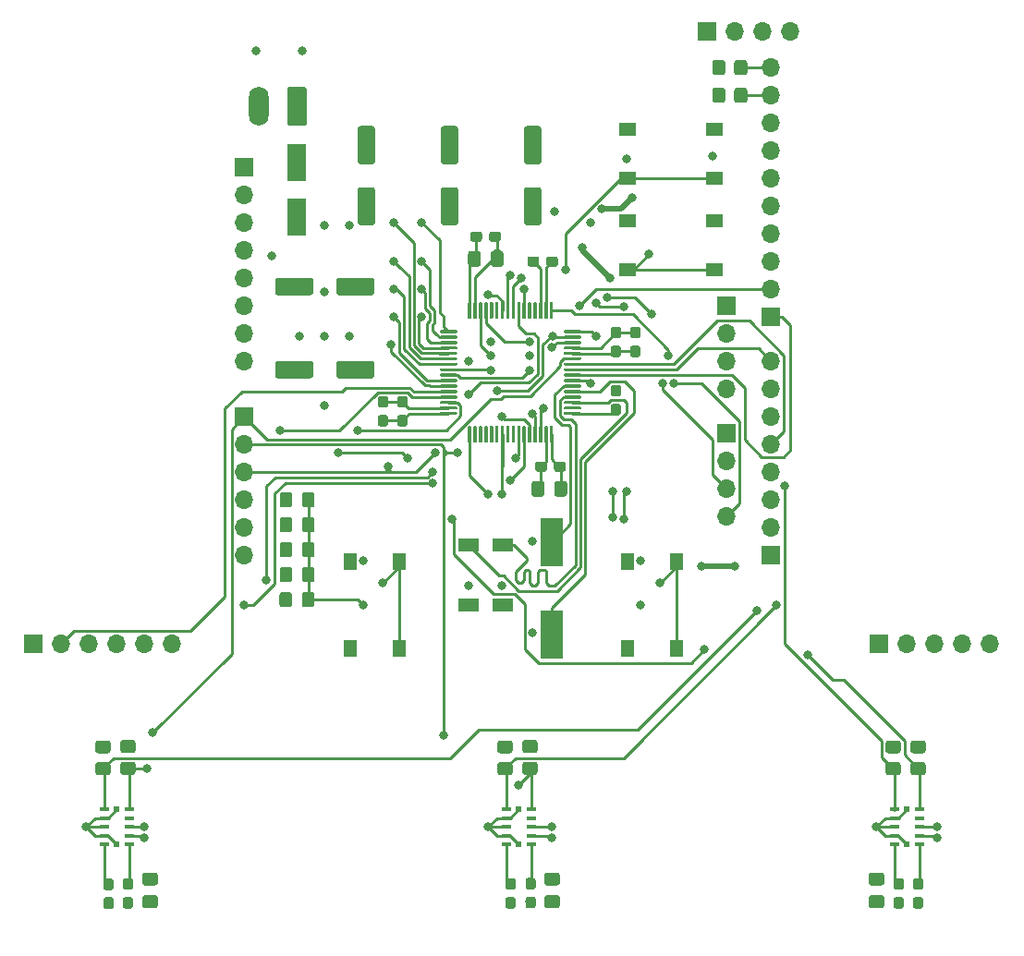
<source format=gbr>
%TF.GenerationSoftware,KiCad,Pcbnew,(5.1.10)-1*%
%TF.CreationDate,2022-02-24T08:52:08+01:00*%
%TF.ProjectId,GestureControl,47657374-7572-4654-936f-6e74726f6c2e,V0.1*%
%TF.SameCoordinates,Original*%
%TF.FileFunction,Copper,L1,Top*%
%TF.FilePolarity,Positive*%
%FSLAX46Y46*%
G04 Gerber Fmt 4.6, Leading zero omitted, Abs format (unit mm)*
G04 Created by KiCad (PCBNEW (5.1.10)-1) date 2022-02-24 08:52:08*
%MOMM*%
%LPD*%
G01*
G04 APERTURE LIST*
%TA.AperFunction,SMDPad,CuDef*%
%ADD10R,0.807999X0.458000*%
%TD*%
%TA.AperFunction,SMDPad,CuDef*%
%ADD11R,0.508000X0.508000*%
%TD*%
%TA.AperFunction,ComponentPad*%
%ADD12O,1.700000X1.700000*%
%TD*%
%TA.AperFunction,ComponentPad*%
%ADD13R,1.700000X1.700000*%
%TD*%
%TA.AperFunction,SMDPad,CuDef*%
%ADD14R,2.000000X4.500000*%
%TD*%
%TA.AperFunction,SMDPad,CuDef*%
%ADD15R,1.300000X1.550000*%
%TD*%
%TA.AperFunction,SMDPad,CuDef*%
%ADD16R,1.800000X3.500000*%
%TD*%
%TA.AperFunction,SMDPad,CuDef*%
%ADD17R,1.900000X1.300000*%
%TD*%
%TA.AperFunction,SMDPad,CuDef*%
%ADD18R,1.550000X1.300000*%
%TD*%
%TA.AperFunction,ComponentPad*%
%ADD19O,1.800000X3.600000*%
%TD*%
%TA.AperFunction,ViaPad*%
%ADD20C,0.800000*%
%TD*%
%TA.AperFunction,Conductor*%
%ADD21C,0.250000*%
%TD*%
%TA.AperFunction,Conductor*%
%ADD22C,0.500000*%
%TD*%
G04 APERTURE END LIST*
D10*
%TO.P,U5,1*%
%TO.N,+3V3*%
X109120800Y-117169999D03*
%TO.P,U5,2*%
%TO.N,GND*%
X109120800Y-116370001D03*
%TO.P,U5,3*%
X109120800Y-115570000D03*
%TO.P,U5,4*%
X109120800Y-114769999D03*
%TO.P,U5,5*%
%TO.N,XSHUT_0*%
X109120800Y-113970001D03*
D11*
%TO.P,U5,6*%
%TO.N,GND*%
X110236000Y-113969800D03*
D10*
%TO.P,U5,7*%
%TO.N,GPIOI_0*%
X111351200Y-113970001D03*
%TO.P,U5,8*%
%TO.N,N/C*%
X111351200Y-114769999D03*
%TO.P,U5,9*%
%TO.N,SDA1*%
X111351200Y-115570000D03*
%TO.P,U5,10*%
%TO.N,SCL1*%
X111351200Y-116370001D03*
%TO.P,U5,11*%
%TO.N,+3V3*%
X111351200Y-117169999D03*
D11*
%TO.P,U5,12*%
%TO.N,GND*%
X110236000Y-117170200D03*
%TD*%
D10*
%TO.P,U4,1*%
%TO.N,+3V3*%
X181510800Y-117169999D03*
%TO.P,U4,2*%
%TO.N,GND*%
X181510800Y-116370001D03*
%TO.P,U4,3*%
X181510800Y-115570000D03*
%TO.P,U4,4*%
X181510800Y-114769999D03*
%TO.P,U4,5*%
%TO.N,XSHUT_2*%
X181510800Y-113970001D03*
D11*
%TO.P,U4,6*%
%TO.N,GND*%
X182626000Y-113969800D03*
D10*
%TO.P,U4,7*%
%TO.N,GPIOI_2*%
X183741200Y-113970001D03*
%TO.P,U4,8*%
%TO.N,N/C*%
X183741200Y-114769999D03*
%TO.P,U4,9*%
%TO.N,SDA1*%
X183741200Y-115570000D03*
%TO.P,U4,10*%
%TO.N,SCL1*%
X183741200Y-116370001D03*
%TO.P,U4,11*%
%TO.N,+3V3*%
X183741200Y-117169999D03*
D11*
%TO.P,U4,12*%
%TO.N,GND*%
X182626000Y-117170200D03*
%TD*%
D10*
%TO.P,U3,1*%
%TO.N,+3V3*%
X145950800Y-117169999D03*
%TO.P,U3,2*%
%TO.N,GND*%
X145950800Y-116370001D03*
%TO.P,U3,3*%
X145950800Y-115570000D03*
%TO.P,U3,4*%
X145950800Y-114769999D03*
%TO.P,U3,5*%
%TO.N,XSHUT_1*%
X145950800Y-113970001D03*
D11*
%TO.P,U3,6*%
%TO.N,GND*%
X147066000Y-113969800D03*
D10*
%TO.P,U3,7*%
%TO.N,GPIOI_1*%
X148181200Y-113970001D03*
%TO.P,U3,8*%
%TO.N,N/C*%
X148181200Y-114769999D03*
%TO.P,U3,9*%
%TO.N,SDA1*%
X148181200Y-115570000D03*
%TO.P,U3,10*%
%TO.N,SCL1*%
X148181200Y-116370001D03*
%TO.P,U3,11*%
%TO.N,+3V3*%
X148181200Y-117169999D03*
D11*
%TO.P,U3,12*%
%TO.N,GND*%
X147066000Y-117170200D03*
%TD*%
%TO.P,U7,64*%
%TO.N,+3V3*%
%TA.AperFunction,SMDPad,CuDef*%
G36*
G01*
X150204000Y-78889000D02*
X150204000Y-80289000D01*
G75*
G02*
X150129000Y-80364000I-75000J0D01*
G01*
X149979000Y-80364000D01*
G75*
G02*
X149904000Y-80289000I0J75000D01*
G01*
X149904000Y-78889000D01*
G75*
G02*
X149979000Y-78814000I75000J0D01*
G01*
X150129000Y-78814000D01*
G75*
G02*
X150204000Y-78889000I0J-75000D01*
G01*
G37*
%TD.AperFunction*%
%TO.P,U7,63*%
%TO.N,GND*%
%TA.AperFunction,SMDPad,CuDef*%
G36*
G01*
X149704000Y-78889000D02*
X149704000Y-80289000D01*
G75*
G02*
X149629000Y-80364000I-75000J0D01*
G01*
X149479000Y-80364000D01*
G75*
G02*
X149404000Y-80289000I0J75000D01*
G01*
X149404000Y-78889000D01*
G75*
G02*
X149479000Y-78814000I75000J0D01*
G01*
X149629000Y-78814000D01*
G75*
G02*
X149704000Y-78889000I0J-75000D01*
G01*
G37*
%TD.AperFunction*%
%TO.P,U7,62*%
%TO.N,SDA1*%
%TA.AperFunction,SMDPad,CuDef*%
G36*
G01*
X149204000Y-78889000D02*
X149204000Y-80289000D01*
G75*
G02*
X149129000Y-80364000I-75000J0D01*
G01*
X148979000Y-80364000D01*
G75*
G02*
X148904000Y-80289000I0J75000D01*
G01*
X148904000Y-78889000D01*
G75*
G02*
X148979000Y-78814000I75000J0D01*
G01*
X149129000Y-78814000D01*
G75*
G02*
X149204000Y-78889000I0J-75000D01*
G01*
G37*
%TD.AperFunction*%
%TO.P,U7,61*%
%TO.N,SCL1*%
%TA.AperFunction,SMDPad,CuDef*%
G36*
G01*
X148704000Y-78889000D02*
X148704000Y-80289000D01*
G75*
G02*
X148629000Y-80364000I-75000J0D01*
G01*
X148479000Y-80364000D01*
G75*
G02*
X148404000Y-80289000I0J75000D01*
G01*
X148404000Y-78889000D01*
G75*
G02*
X148479000Y-78814000I75000J0D01*
G01*
X148629000Y-78814000D01*
G75*
G02*
X148704000Y-78889000I0J-75000D01*
G01*
G37*
%TD.AperFunction*%
%TO.P,U7,60*%
%TO.N,/STM32L151RET6TR/BOOT*%
%TA.AperFunction,SMDPad,CuDef*%
G36*
G01*
X148204000Y-78889000D02*
X148204000Y-80289000D01*
G75*
G02*
X148129000Y-80364000I-75000J0D01*
G01*
X147979000Y-80364000D01*
G75*
G02*
X147904000Y-80289000I0J75000D01*
G01*
X147904000Y-78889000D01*
G75*
G02*
X147979000Y-78814000I75000J0D01*
G01*
X148129000Y-78814000D01*
G75*
G02*
X148204000Y-78889000I0J-75000D01*
G01*
G37*
%TD.AperFunction*%
%TO.P,U7,59*%
%TO.N,/STM32L151RET6TR/FTDI_RXD*%
%TA.AperFunction,SMDPad,CuDef*%
G36*
G01*
X147704000Y-78889000D02*
X147704000Y-80289000D01*
G75*
G02*
X147629000Y-80364000I-75000J0D01*
G01*
X147479000Y-80364000D01*
G75*
G02*
X147404000Y-80289000I0J75000D01*
G01*
X147404000Y-78889000D01*
G75*
G02*
X147479000Y-78814000I75000J0D01*
G01*
X147629000Y-78814000D01*
G75*
G02*
X147704000Y-78889000I0J-75000D01*
G01*
G37*
%TD.AperFunction*%
%TO.P,U7,58*%
%TO.N,/STM32L151RET6TR/FTDI_TXD*%
%TA.AperFunction,SMDPad,CuDef*%
G36*
G01*
X147204000Y-78889000D02*
X147204000Y-80289000D01*
G75*
G02*
X147129000Y-80364000I-75000J0D01*
G01*
X146979000Y-80364000D01*
G75*
G02*
X146904000Y-80289000I0J75000D01*
G01*
X146904000Y-78889000D01*
G75*
G02*
X146979000Y-78814000I75000J0D01*
G01*
X147129000Y-78814000D01*
G75*
G02*
X147204000Y-78889000I0J-75000D01*
G01*
G37*
%TD.AperFunction*%
%TO.P,U7,57*%
%TO.N,N/C*%
%TA.AperFunction,SMDPad,CuDef*%
G36*
G01*
X146704000Y-78889000D02*
X146704000Y-80289000D01*
G75*
G02*
X146629000Y-80364000I-75000J0D01*
G01*
X146479000Y-80364000D01*
G75*
G02*
X146404000Y-80289000I0J75000D01*
G01*
X146404000Y-78889000D01*
G75*
G02*
X146479000Y-78814000I75000J0D01*
G01*
X146629000Y-78814000D01*
G75*
G02*
X146704000Y-78889000I0J-75000D01*
G01*
G37*
%TD.AperFunction*%
%TO.P,U7,56*%
%TA.AperFunction,SMDPad,CuDef*%
G36*
G01*
X146204000Y-78889000D02*
X146204000Y-80289000D01*
G75*
G02*
X146129000Y-80364000I-75000J0D01*
G01*
X145979000Y-80364000D01*
G75*
G02*
X145904000Y-80289000I0J75000D01*
G01*
X145904000Y-78889000D01*
G75*
G02*
X145979000Y-78814000I75000J0D01*
G01*
X146129000Y-78814000D01*
G75*
G02*
X146204000Y-78889000I0J-75000D01*
G01*
G37*
%TD.AperFunction*%
%TO.P,U7,55*%
%TO.N,/STM32L151RET6TR/SW0*%
%TA.AperFunction,SMDPad,CuDef*%
G36*
G01*
X145704000Y-78889000D02*
X145704000Y-80289000D01*
G75*
G02*
X145629000Y-80364000I-75000J0D01*
G01*
X145479000Y-80364000D01*
G75*
G02*
X145404000Y-80289000I0J75000D01*
G01*
X145404000Y-78889000D01*
G75*
G02*
X145479000Y-78814000I75000J0D01*
G01*
X145629000Y-78814000D01*
G75*
G02*
X145704000Y-78889000I0J-75000D01*
G01*
G37*
%TD.AperFunction*%
%TO.P,U7,54*%
%TO.N,N/C*%
%TA.AperFunction,SMDPad,CuDef*%
G36*
G01*
X145204000Y-78889000D02*
X145204000Y-80289000D01*
G75*
G02*
X145129000Y-80364000I-75000J0D01*
G01*
X144979000Y-80364000D01*
G75*
G02*
X144904000Y-80289000I0J75000D01*
G01*
X144904000Y-78889000D01*
G75*
G02*
X144979000Y-78814000I75000J0D01*
G01*
X145129000Y-78814000D01*
G75*
G02*
X145204000Y-78889000I0J-75000D01*
G01*
G37*
%TD.AperFunction*%
%TO.P,U7,53*%
%TA.AperFunction,SMDPad,CuDef*%
G36*
G01*
X144704000Y-78889000D02*
X144704000Y-80289000D01*
G75*
G02*
X144629000Y-80364000I-75000J0D01*
G01*
X144479000Y-80364000D01*
G75*
G02*
X144404000Y-80289000I0J75000D01*
G01*
X144404000Y-78889000D01*
G75*
G02*
X144479000Y-78814000I75000J0D01*
G01*
X144629000Y-78814000D01*
G75*
G02*
X144704000Y-78889000I0J-75000D01*
G01*
G37*
%TD.AperFunction*%
%TO.P,U7,52*%
%TA.AperFunction,SMDPad,CuDef*%
G36*
G01*
X144204000Y-78889000D02*
X144204000Y-80289000D01*
G75*
G02*
X144129000Y-80364000I-75000J0D01*
G01*
X143979000Y-80364000D01*
G75*
G02*
X143904000Y-80289000I0J75000D01*
G01*
X143904000Y-78889000D01*
G75*
G02*
X143979000Y-78814000I75000J0D01*
G01*
X144129000Y-78814000D01*
G75*
G02*
X144204000Y-78889000I0J-75000D01*
G01*
G37*
%TD.AperFunction*%
%TO.P,U7,51*%
%TA.AperFunction,SMDPad,CuDef*%
G36*
G01*
X143704000Y-78889000D02*
X143704000Y-80289000D01*
G75*
G02*
X143629000Y-80364000I-75000J0D01*
G01*
X143479000Y-80364000D01*
G75*
G02*
X143404000Y-80289000I0J75000D01*
G01*
X143404000Y-78889000D01*
G75*
G02*
X143479000Y-78814000I75000J0D01*
G01*
X143629000Y-78814000D01*
G75*
G02*
X143704000Y-78889000I0J-75000D01*
G01*
G37*
%TD.AperFunction*%
%TO.P,U7,50*%
%TA.AperFunction,SMDPad,CuDef*%
G36*
G01*
X143204000Y-78889000D02*
X143204000Y-80289000D01*
G75*
G02*
X143129000Y-80364000I-75000J0D01*
G01*
X142979000Y-80364000D01*
G75*
G02*
X142904000Y-80289000I0J75000D01*
G01*
X142904000Y-78889000D01*
G75*
G02*
X142979000Y-78814000I75000J0D01*
G01*
X143129000Y-78814000D01*
G75*
G02*
X143204000Y-78889000I0J-75000D01*
G01*
G37*
%TD.AperFunction*%
%TO.P,U7,49*%
%TO.N,/STM32L151RET6TR/SWCLK*%
%TA.AperFunction,SMDPad,CuDef*%
G36*
G01*
X142704000Y-78889000D02*
X142704000Y-80289000D01*
G75*
G02*
X142629000Y-80364000I-75000J0D01*
G01*
X142479000Y-80364000D01*
G75*
G02*
X142404000Y-80289000I0J75000D01*
G01*
X142404000Y-78889000D01*
G75*
G02*
X142479000Y-78814000I75000J0D01*
G01*
X142629000Y-78814000D01*
G75*
G02*
X142704000Y-78889000I0J-75000D01*
G01*
G37*
%TD.AperFunction*%
%TO.P,U7,48*%
%TO.N,+3V3*%
%TA.AperFunction,SMDPad,CuDef*%
G36*
G01*
X141404000Y-77589000D02*
X141404000Y-77739000D01*
G75*
G02*
X141329000Y-77814000I-75000J0D01*
G01*
X139929000Y-77814000D01*
G75*
G02*
X139854000Y-77739000I0J75000D01*
G01*
X139854000Y-77589000D01*
G75*
G02*
X139929000Y-77514000I75000J0D01*
G01*
X141329000Y-77514000D01*
G75*
G02*
X141404000Y-77589000I0J-75000D01*
G01*
G37*
%TD.AperFunction*%
%TO.P,U7,47*%
%TO.N,GND*%
%TA.AperFunction,SMDPad,CuDef*%
G36*
G01*
X141404000Y-77089000D02*
X141404000Y-77239000D01*
G75*
G02*
X141329000Y-77314000I-75000J0D01*
G01*
X139929000Y-77314000D01*
G75*
G02*
X139854000Y-77239000I0J75000D01*
G01*
X139854000Y-77089000D01*
G75*
G02*
X139929000Y-77014000I75000J0D01*
G01*
X141329000Y-77014000D01*
G75*
G02*
X141404000Y-77089000I0J-75000D01*
G01*
G37*
%TD.AperFunction*%
%TO.P,U7,46*%
%TO.N,/STM32L151RET6TR/SWDAT*%
%TA.AperFunction,SMDPad,CuDef*%
G36*
G01*
X141404000Y-76589000D02*
X141404000Y-76739000D01*
G75*
G02*
X141329000Y-76814000I-75000J0D01*
G01*
X139929000Y-76814000D01*
G75*
G02*
X139854000Y-76739000I0J75000D01*
G01*
X139854000Y-76589000D01*
G75*
G02*
X139929000Y-76514000I75000J0D01*
G01*
X141329000Y-76514000D01*
G75*
G02*
X141404000Y-76589000I0J-75000D01*
G01*
G37*
%TD.AperFunction*%
%TO.P,U7,45*%
%TO.N,/STM32L151RET6TR/FTDI_RTS*%
%TA.AperFunction,SMDPad,CuDef*%
G36*
G01*
X141404000Y-76089000D02*
X141404000Y-76239000D01*
G75*
G02*
X141329000Y-76314000I-75000J0D01*
G01*
X139929000Y-76314000D01*
G75*
G02*
X139854000Y-76239000I0J75000D01*
G01*
X139854000Y-76089000D01*
G75*
G02*
X139929000Y-76014000I75000J0D01*
G01*
X141329000Y-76014000D01*
G75*
G02*
X141404000Y-76089000I0J-75000D01*
G01*
G37*
%TD.AperFunction*%
%TO.P,U7,44*%
%TO.N,/STM32L151RET6TR/FTDI_CTS*%
%TA.AperFunction,SMDPad,CuDef*%
G36*
G01*
X141404000Y-75589000D02*
X141404000Y-75739000D01*
G75*
G02*
X141329000Y-75814000I-75000J0D01*
G01*
X139929000Y-75814000D01*
G75*
G02*
X139854000Y-75739000I0J75000D01*
G01*
X139854000Y-75589000D01*
G75*
G02*
X139929000Y-75514000I75000J0D01*
G01*
X141329000Y-75514000D01*
G75*
G02*
X141404000Y-75589000I0J-75000D01*
G01*
G37*
%TD.AperFunction*%
%TO.P,U7,43*%
%TO.N,/STM32L151RET6TR/PA10*%
%TA.AperFunction,SMDPad,CuDef*%
G36*
G01*
X141404000Y-75089000D02*
X141404000Y-75239000D01*
G75*
G02*
X141329000Y-75314000I-75000J0D01*
G01*
X139929000Y-75314000D01*
G75*
G02*
X139854000Y-75239000I0J75000D01*
G01*
X139854000Y-75089000D01*
G75*
G02*
X139929000Y-75014000I75000J0D01*
G01*
X141329000Y-75014000D01*
G75*
G02*
X141404000Y-75089000I0J-75000D01*
G01*
G37*
%TD.AperFunction*%
%TO.P,U7,42*%
%TO.N,/STM32L151RET6TR/PA9*%
%TA.AperFunction,SMDPad,CuDef*%
G36*
G01*
X141404000Y-74589000D02*
X141404000Y-74739000D01*
G75*
G02*
X141329000Y-74814000I-75000J0D01*
G01*
X139929000Y-74814000D01*
G75*
G02*
X139854000Y-74739000I0J75000D01*
G01*
X139854000Y-74589000D01*
G75*
G02*
X139929000Y-74514000I75000J0D01*
G01*
X141329000Y-74514000D01*
G75*
G02*
X141404000Y-74589000I0J-75000D01*
G01*
G37*
%TD.AperFunction*%
%TO.P,U7,41*%
%TO.N,/STM32L151RET6TR/PIN41*%
%TA.AperFunction,SMDPad,CuDef*%
G36*
G01*
X141404000Y-74089000D02*
X141404000Y-74239000D01*
G75*
G02*
X141329000Y-74314000I-75000J0D01*
G01*
X139929000Y-74314000D01*
G75*
G02*
X139854000Y-74239000I0J75000D01*
G01*
X139854000Y-74089000D01*
G75*
G02*
X139929000Y-74014000I75000J0D01*
G01*
X141329000Y-74014000D01*
G75*
G02*
X141404000Y-74089000I0J-75000D01*
G01*
G37*
%TD.AperFunction*%
%TO.P,U7,40*%
%TO.N,SDA2*%
%TA.AperFunction,SMDPad,CuDef*%
G36*
G01*
X141404000Y-73589000D02*
X141404000Y-73739000D01*
G75*
G02*
X141329000Y-73814000I-75000J0D01*
G01*
X139929000Y-73814000D01*
G75*
G02*
X139854000Y-73739000I0J75000D01*
G01*
X139854000Y-73589000D01*
G75*
G02*
X139929000Y-73514000I75000J0D01*
G01*
X141329000Y-73514000D01*
G75*
G02*
X141404000Y-73589000I0J-75000D01*
G01*
G37*
%TD.AperFunction*%
%TO.P,U7,39*%
%TO.N,/STM32L151RET6TR/PC8*%
%TA.AperFunction,SMDPad,CuDef*%
G36*
G01*
X141404000Y-73089000D02*
X141404000Y-73239000D01*
G75*
G02*
X141329000Y-73314000I-75000J0D01*
G01*
X139929000Y-73314000D01*
G75*
G02*
X139854000Y-73239000I0J75000D01*
G01*
X139854000Y-73089000D01*
G75*
G02*
X139929000Y-73014000I75000J0D01*
G01*
X141329000Y-73014000D01*
G75*
G02*
X141404000Y-73089000I0J-75000D01*
G01*
G37*
%TD.AperFunction*%
%TO.P,U7,38*%
%TO.N,/STM32L151RET6TR/PC7*%
%TA.AperFunction,SMDPad,CuDef*%
G36*
G01*
X141404000Y-72589000D02*
X141404000Y-72739000D01*
G75*
G02*
X141329000Y-72814000I-75000J0D01*
G01*
X139929000Y-72814000D01*
G75*
G02*
X139854000Y-72739000I0J75000D01*
G01*
X139854000Y-72589000D01*
G75*
G02*
X139929000Y-72514000I75000J0D01*
G01*
X141329000Y-72514000D01*
G75*
G02*
X141404000Y-72589000I0J-75000D01*
G01*
G37*
%TD.AperFunction*%
%TO.P,U7,37*%
%TO.N,/STM32L151RET6TR/PC6*%
%TA.AperFunction,SMDPad,CuDef*%
G36*
G01*
X141404000Y-72089000D02*
X141404000Y-72239000D01*
G75*
G02*
X141329000Y-72314000I-75000J0D01*
G01*
X139929000Y-72314000D01*
G75*
G02*
X139854000Y-72239000I0J75000D01*
G01*
X139854000Y-72089000D01*
G75*
G02*
X139929000Y-72014000I75000J0D01*
G01*
X141329000Y-72014000D01*
G75*
G02*
X141404000Y-72089000I0J-75000D01*
G01*
G37*
%TD.AperFunction*%
%TO.P,U7,36*%
%TO.N,/STM32L151RET6TR/PB15*%
%TA.AperFunction,SMDPad,CuDef*%
G36*
G01*
X141404000Y-71589000D02*
X141404000Y-71739000D01*
G75*
G02*
X141329000Y-71814000I-75000J0D01*
G01*
X139929000Y-71814000D01*
G75*
G02*
X139854000Y-71739000I0J75000D01*
G01*
X139854000Y-71589000D01*
G75*
G02*
X139929000Y-71514000I75000J0D01*
G01*
X141329000Y-71514000D01*
G75*
G02*
X141404000Y-71589000I0J-75000D01*
G01*
G37*
%TD.AperFunction*%
%TO.P,U7,35*%
%TO.N,/STM32L151RET6TR/PB14*%
%TA.AperFunction,SMDPad,CuDef*%
G36*
G01*
X141404000Y-71089000D02*
X141404000Y-71239000D01*
G75*
G02*
X141329000Y-71314000I-75000J0D01*
G01*
X139929000Y-71314000D01*
G75*
G02*
X139854000Y-71239000I0J75000D01*
G01*
X139854000Y-71089000D01*
G75*
G02*
X139929000Y-71014000I75000J0D01*
G01*
X141329000Y-71014000D01*
G75*
G02*
X141404000Y-71089000I0J-75000D01*
G01*
G37*
%TD.AperFunction*%
%TO.P,U7,34*%
%TO.N,/STM32L151RET6TR/PB13*%
%TA.AperFunction,SMDPad,CuDef*%
G36*
G01*
X141404000Y-70589000D02*
X141404000Y-70739000D01*
G75*
G02*
X141329000Y-70814000I-75000J0D01*
G01*
X139929000Y-70814000D01*
G75*
G02*
X139854000Y-70739000I0J75000D01*
G01*
X139854000Y-70589000D01*
G75*
G02*
X139929000Y-70514000I75000J0D01*
G01*
X141329000Y-70514000D01*
G75*
G02*
X141404000Y-70589000I0J-75000D01*
G01*
G37*
%TD.AperFunction*%
%TO.P,U7,33*%
%TO.N,/STM32L151RET6TR/PB12*%
%TA.AperFunction,SMDPad,CuDef*%
G36*
G01*
X141404000Y-70089000D02*
X141404000Y-70239000D01*
G75*
G02*
X141329000Y-70314000I-75000J0D01*
G01*
X139929000Y-70314000D01*
G75*
G02*
X139854000Y-70239000I0J75000D01*
G01*
X139854000Y-70089000D01*
G75*
G02*
X139929000Y-70014000I75000J0D01*
G01*
X141329000Y-70014000D01*
G75*
G02*
X141404000Y-70089000I0J-75000D01*
G01*
G37*
%TD.AperFunction*%
%TO.P,U7,32*%
%TO.N,+3V3*%
%TA.AperFunction,SMDPad,CuDef*%
G36*
G01*
X142704000Y-67539000D02*
X142704000Y-68939000D01*
G75*
G02*
X142629000Y-69014000I-75000J0D01*
G01*
X142479000Y-69014000D01*
G75*
G02*
X142404000Y-68939000I0J75000D01*
G01*
X142404000Y-67539000D01*
G75*
G02*
X142479000Y-67464000I75000J0D01*
G01*
X142629000Y-67464000D01*
G75*
G02*
X142704000Y-67539000I0J-75000D01*
G01*
G37*
%TD.AperFunction*%
%TO.P,U7,31*%
%TO.N,GND*%
%TA.AperFunction,SMDPad,CuDef*%
G36*
G01*
X143204000Y-67539000D02*
X143204000Y-68939000D01*
G75*
G02*
X143129000Y-69014000I-75000J0D01*
G01*
X142979000Y-69014000D01*
G75*
G02*
X142904000Y-68939000I0J75000D01*
G01*
X142904000Y-67539000D01*
G75*
G02*
X142979000Y-67464000I75000J0D01*
G01*
X143129000Y-67464000D01*
G75*
G02*
X143204000Y-67539000I0J-75000D01*
G01*
G37*
%TD.AperFunction*%
%TO.P,U7,30*%
%TO.N,/STM32L151RET6TR/PIN30*%
%TA.AperFunction,SMDPad,CuDef*%
G36*
G01*
X143704000Y-67539000D02*
X143704000Y-68939000D01*
G75*
G02*
X143629000Y-69014000I-75000J0D01*
G01*
X143479000Y-69014000D01*
G75*
G02*
X143404000Y-68939000I0J75000D01*
G01*
X143404000Y-67539000D01*
G75*
G02*
X143479000Y-67464000I75000J0D01*
G01*
X143629000Y-67464000D01*
G75*
G02*
X143704000Y-67539000I0J-75000D01*
G01*
G37*
%TD.AperFunction*%
%TO.P,U7,29*%
%TO.N,/STM32L151RET6TR/PIN29*%
%TA.AperFunction,SMDPad,CuDef*%
G36*
G01*
X144204000Y-67539000D02*
X144204000Y-68939000D01*
G75*
G02*
X144129000Y-69014000I-75000J0D01*
G01*
X143979000Y-69014000D01*
G75*
G02*
X143904000Y-68939000I0J75000D01*
G01*
X143904000Y-67539000D01*
G75*
G02*
X143979000Y-67464000I75000J0D01*
G01*
X144129000Y-67464000D01*
G75*
G02*
X144204000Y-67539000I0J-75000D01*
G01*
G37*
%TD.AperFunction*%
%TO.P,U7,28*%
%TO.N,N/C*%
%TA.AperFunction,SMDPad,CuDef*%
G36*
G01*
X144704000Y-67539000D02*
X144704000Y-68939000D01*
G75*
G02*
X144629000Y-69014000I-75000J0D01*
G01*
X144479000Y-69014000D01*
G75*
G02*
X144404000Y-68939000I0J75000D01*
G01*
X144404000Y-67539000D01*
G75*
G02*
X144479000Y-67464000I75000J0D01*
G01*
X144629000Y-67464000D01*
G75*
G02*
X144704000Y-67539000I0J-75000D01*
G01*
G37*
%TD.AperFunction*%
%TO.P,U7,27*%
%TA.AperFunction,SMDPad,CuDef*%
G36*
G01*
X145204000Y-67539000D02*
X145204000Y-68939000D01*
G75*
G02*
X145129000Y-69014000I-75000J0D01*
G01*
X144979000Y-69014000D01*
G75*
G02*
X144904000Y-68939000I0J75000D01*
G01*
X144904000Y-67539000D01*
G75*
G02*
X144979000Y-67464000I75000J0D01*
G01*
X145129000Y-67464000D01*
G75*
G02*
X145204000Y-67539000I0J-75000D01*
G01*
G37*
%TD.AperFunction*%
%TO.P,U7,26*%
%TO.N,LED_5*%
%TA.AperFunction,SMDPad,CuDef*%
G36*
G01*
X145704000Y-67539000D02*
X145704000Y-68939000D01*
G75*
G02*
X145629000Y-69014000I-75000J0D01*
G01*
X145479000Y-69014000D01*
G75*
G02*
X145404000Y-68939000I0J75000D01*
G01*
X145404000Y-67539000D01*
G75*
G02*
X145479000Y-67464000I75000J0D01*
G01*
X145629000Y-67464000D01*
G75*
G02*
X145704000Y-67539000I0J-75000D01*
G01*
G37*
%TD.AperFunction*%
%TO.P,U7,25*%
%TO.N,GPIOI_2*%
%TA.AperFunction,SMDPad,CuDef*%
G36*
G01*
X146204000Y-67539000D02*
X146204000Y-68939000D01*
G75*
G02*
X146129000Y-69014000I-75000J0D01*
G01*
X145979000Y-69014000D01*
G75*
G02*
X145904000Y-68939000I0J75000D01*
G01*
X145904000Y-67539000D01*
G75*
G02*
X145979000Y-67464000I75000J0D01*
G01*
X146129000Y-67464000D01*
G75*
G02*
X146204000Y-67539000I0J-75000D01*
G01*
G37*
%TD.AperFunction*%
%TO.P,U7,24*%
%TO.N,GPIOI_1*%
%TA.AperFunction,SMDPad,CuDef*%
G36*
G01*
X146704000Y-67539000D02*
X146704000Y-68939000D01*
G75*
G02*
X146629000Y-69014000I-75000J0D01*
G01*
X146479000Y-69014000D01*
G75*
G02*
X146404000Y-68939000I0J75000D01*
G01*
X146404000Y-67539000D01*
G75*
G02*
X146479000Y-67464000I75000J0D01*
G01*
X146629000Y-67464000D01*
G75*
G02*
X146704000Y-67539000I0J-75000D01*
G01*
G37*
%TD.AperFunction*%
%TO.P,U7,23*%
%TO.N,LED_4*%
%TA.AperFunction,SMDPad,CuDef*%
G36*
G01*
X147204000Y-67539000D02*
X147204000Y-68939000D01*
G75*
G02*
X147129000Y-69014000I-75000J0D01*
G01*
X146979000Y-69014000D01*
G75*
G02*
X146904000Y-68939000I0J75000D01*
G01*
X146904000Y-67539000D01*
G75*
G02*
X146979000Y-67464000I75000J0D01*
G01*
X147129000Y-67464000D01*
G75*
G02*
X147204000Y-67539000I0J-75000D01*
G01*
G37*
%TD.AperFunction*%
%TO.P,U7,22*%
%TO.N,LED_3*%
%TA.AperFunction,SMDPad,CuDef*%
G36*
G01*
X147704000Y-67539000D02*
X147704000Y-68939000D01*
G75*
G02*
X147629000Y-69014000I-75000J0D01*
G01*
X147479000Y-69014000D01*
G75*
G02*
X147404000Y-68939000I0J75000D01*
G01*
X147404000Y-67539000D01*
G75*
G02*
X147479000Y-67464000I75000J0D01*
G01*
X147629000Y-67464000D01*
G75*
G02*
X147704000Y-67539000I0J-75000D01*
G01*
G37*
%TD.AperFunction*%
%TO.P,U7,21*%
%TO.N,N/C*%
%TA.AperFunction,SMDPad,CuDef*%
G36*
G01*
X148204000Y-67539000D02*
X148204000Y-68939000D01*
G75*
G02*
X148129000Y-69014000I-75000J0D01*
G01*
X147979000Y-69014000D01*
G75*
G02*
X147904000Y-68939000I0J75000D01*
G01*
X147904000Y-67539000D01*
G75*
G02*
X147979000Y-67464000I75000J0D01*
G01*
X148129000Y-67464000D01*
G75*
G02*
X148204000Y-67539000I0J-75000D01*
G01*
G37*
%TD.AperFunction*%
%TO.P,U7,20*%
%TA.AperFunction,SMDPad,CuDef*%
G36*
G01*
X148704000Y-67539000D02*
X148704000Y-68939000D01*
G75*
G02*
X148629000Y-69014000I-75000J0D01*
G01*
X148479000Y-69014000D01*
G75*
G02*
X148404000Y-68939000I0J75000D01*
G01*
X148404000Y-67539000D01*
G75*
G02*
X148479000Y-67464000I75000J0D01*
G01*
X148629000Y-67464000D01*
G75*
G02*
X148704000Y-67539000I0J-75000D01*
G01*
G37*
%TD.AperFunction*%
%TO.P,U7,19*%
%TO.N,+3V3*%
%TA.AperFunction,SMDPad,CuDef*%
G36*
G01*
X149204000Y-67539000D02*
X149204000Y-68939000D01*
G75*
G02*
X149129000Y-69014000I-75000J0D01*
G01*
X148979000Y-69014000D01*
G75*
G02*
X148904000Y-68939000I0J75000D01*
G01*
X148904000Y-67539000D01*
G75*
G02*
X148979000Y-67464000I75000J0D01*
G01*
X149129000Y-67464000D01*
G75*
G02*
X149204000Y-67539000I0J-75000D01*
G01*
G37*
%TD.AperFunction*%
%TO.P,U7,18*%
%TO.N,GND*%
%TA.AperFunction,SMDPad,CuDef*%
G36*
G01*
X149704000Y-67539000D02*
X149704000Y-68939000D01*
G75*
G02*
X149629000Y-69014000I-75000J0D01*
G01*
X149479000Y-69014000D01*
G75*
G02*
X149404000Y-68939000I0J75000D01*
G01*
X149404000Y-67539000D01*
G75*
G02*
X149479000Y-67464000I75000J0D01*
G01*
X149629000Y-67464000D01*
G75*
G02*
X149704000Y-67539000I0J-75000D01*
G01*
G37*
%TD.AperFunction*%
%TO.P,U7,17*%
%TO.N,/STM32L151RET6TR/UART_RX*%
%TA.AperFunction,SMDPad,CuDef*%
G36*
G01*
X150204000Y-67539000D02*
X150204000Y-68939000D01*
G75*
G02*
X150129000Y-69014000I-75000J0D01*
G01*
X149979000Y-69014000D01*
G75*
G02*
X149904000Y-68939000I0J75000D01*
G01*
X149904000Y-67539000D01*
G75*
G02*
X149979000Y-67464000I75000J0D01*
G01*
X150129000Y-67464000D01*
G75*
G02*
X150204000Y-67539000I0J-75000D01*
G01*
G37*
%TD.AperFunction*%
%TO.P,U7,16*%
%TO.N,/STM32L151RET6TR/UART_TX*%
%TA.AperFunction,SMDPad,CuDef*%
G36*
G01*
X152754000Y-70089000D02*
X152754000Y-70239000D01*
G75*
G02*
X152679000Y-70314000I-75000J0D01*
G01*
X151279000Y-70314000D01*
G75*
G02*
X151204000Y-70239000I0J75000D01*
G01*
X151204000Y-70089000D01*
G75*
G02*
X151279000Y-70014000I75000J0D01*
G01*
X152679000Y-70014000D01*
G75*
G02*
X152754000Y-70089000I0J-75000D01*
G01*
G37*
%TD.AperFunction*%
%TO.P,U7,15*%
%TO.N,LED_2*%
%TA.AperFunction,SMDPad,CuDef*%
G36*
G01*
X152754000Y-70589000D02*
X152754000Y-70739000D01*
G75*
G02*
X152679000Y-70814000I-75000J0D01*
G01*
X151279000Y-70814000D01*
G75*
G02*
X151204000Y-70739000I0J75000D01*
G01*
X151204000Y-70589000D01*
G75*
G02*
X151279000Y-70514000I75000J0D01*
G01*
X152679000Y-70514000D01*
G75*
G02*
X152754000Y-70589000I0J-75000D01*
G01*
G37*
%TD.AperFunction*%
%TO.P,U7,14*%
%TO.N,LED_1*%
%TA.AperFunction,SMDPad,CuDef*%
G36*
G01*
X152754000Y-71089000D02*
X152754000Y-71239000D01*
G75*
G02*
X152679000Y-71314000I-75000J0D01*
G01*
X151279000Y-71314000D01*
G75*
G02*
X151204000Y-71239000I0J75000D01*
G01*
X151204000Y-71089000D01*
G75*
G02*
X151279000Y-71014000I75000J0D01*
G01*
X152679000Y-71014000D01*
G75*
G02*
X152754000Y-71089000I0J-75000D01*
G01*
G37*
%TD.AperFunction*%
%TO.P,U7,13*%
%TO.N,+3V3*%
%TA.AperFunction,SMDPad,CuDef*%
G36*
G01*
X152754000Y-71589000D02*
X152754000Y-71739000D01*
G75*
G02*
X152679000Y-71814000I-75000J0D01*
G01*
X151279000Y-71814000D01*
G75*
G02*
X151204000Y-71739000I0J75000D01*
G01*
X151204000Y-71589000D01*
G75*
G02*
X151279000Y-71514000I75000J0D01*
G01*
X152679000Y-71514000D01*
G75*
G02*
X152754000Y-71589000I0J-75000D01*
G01*
G37*
%TD.AperFunction*%
%TO.P,U7,12*%
%TO.N,GND*%
%TA.AperFunction,SMDPad,CuDef*%
G36*
G01*
X152754000Y-72089000D02*
X152754000Y-72239000D01*
G75*
G02*
X152679000Y-72314000I-75000J0D01*
G01*
X151279000Y-72314000D01*
G75*
G02*
X151204000Y-72239000I0J75000D01*
G01*
X151204000Y-72089000D01*
G75*
G02*
X151279000Y-72014000I75000J0D01*
G01*
X152679000Y-72014000D01*
G75*
G02*
X152754000Y-72089000I0J-75000D01*
G01*
G37*
%TD.AperFunction*%
%TO.P,U7,11*%
%TO.N,GPIOI_0*%
%TA.AperFunction,SMDPad,CuDef*%
G36*
G01*
X152754000Y-72589000D02*
X152754000Y-72739000D01*
G75*
G02*
X152679000Y-72814000I-75000J0D01*
G01*
X151279000Y-72814000D01*
G75*
G02*
X151204000Y-72739000I0J75000D01*
G01*
X151204000Y-72589000D01*
G75*
G02*
X151279000Y-72514000I75000J0D01*
G01*
X152679000Y-72514000D01*
G75*
G02*
X152754000Y-72589000I0J-75000D01*
G01*
G37*
%TD.AperFunction*%
%TO.P,U7,10*%
%TO.N,XSHUT_2*%
%TA.AperFunction,SMDPad,CuDef*%
G36*
G01*
X152754000Y-73089000D02*
X152754000Y-73239000D01*
G75*
G02*
X152679000Y-73314000I-75000J0D01*
G01*
X151279000Y-73314000D01*
G75*
G02*
X151204000Y-73239000I0J75000D01*
G01*
X151204000Y-73089000D01*
G75*
G02*
X151279000Y-73014000I75000J0D01*
G01*
X152679000Y-73014000D01*
G75*
G02*
X152754000Y-73089000I0J-75000D01*
G01*
G37*
%TD.AperFunction*%
%TO.P,U7,9*%
%TO.N,XSHUT_1*%
%TA.AperFunction,SMDPad,CuDef*%
G36*
G01*
X152754000Y-73589000D02*
X152754000Y-73739000D01*
G75*
G02*
X152679000Y-73814000I-75000J0D01*
G01*
X151279000Y-73814000D01*
G75*
G02*
X151204000Y-73739000I0J75000D01*
G01*
X151204000Y-73589000D01*
G75*
G02*
X151279000Y-73514000I75000J0D01*
G01*
X152679000Y-73514000D01*
G75*
G02*
X152754000Y-73589000I0J-75000D01*
G01*
G37*
%TD.AperFunction*%
%TO.P,U7,8*%
%TO.N,XSHUT_0*%
%TA.AperFunction,SMDPad,CuDef*%
G36*
G01*
X152754000Y-74089000D02*
X152754000Y-74239000D01*
G75*
G02*
X152679000Y-74314000I-75000J0D01*
G01*
X151279000Y-74314000D01*
G75*
G02*
X151204000Y-74239000I0J75000D01*
G01*
X151204000Y-74089000D01*
G75*
G02*
X151279000Y-74014000I75000J0D01*
G01*
X152679000Y-74014000D01*
G75*
G02*
X152754000Y-74089000I0J-75000D01*
G01*
G37*
%TD.AperFunction*%
%TO.P,U7,7*%
%TO.N,/STM32L151RET6TR/RST*%
%TA.AperFunction,SMDPad,CuDef*%
G36*
G01*
X152754000Y-74589000D02*
X152754000Y-74739000D01*
G75*
G02*
X152679000Y-74814000I-75000J0D01*
G01*
X151279000Y-74814000D01*
G75*
G02*
X151204000Y-74739000I0J75000D01*
G01*
X151204000Y-74589000D01*
G75*
G02*
X151279000Y-74514000I75000J0D01*
G01*
X152679000Y-74514000D01*
G75*
G02*
X152754000Y-74589000I0J-75000D01*
G01*
G37*
%TD.AperFunction*%
%TO.P,U7,6*%
%TO.N,/STM32L151RET6TR/OSM_OUT*%
%TA.AperFunction,SMDPad,CuDef*%
G36*
G01*
X152754000Y-75089000D02*
X152754000Y-75239000D01*
G75*
G02*
X152679000Y-75314000I-75000J0D01*
G01*
X151279000Y-75314000D01*
G75*
G02*
X151204000Y-75239000I0J75000D01*
G01*
X151204000Y-75089000D01*
G75*
G02*
X151279000Y-75014000I75000J0D01*
G01*
X152679000Y-75014000D01*
G75*
G02*
X152754000Y-75089000I0J-75000D01*
G01*
G37*
%TD.AperFunction*%
%TO.P,U7,5*%
%TO.N,/STM32L151RET6TR/MCO*%
%TA.AperFunction,SMDPad,CuDef*%
G36*
G01*
X152754000Y-75589000D02*
X152754000Y-75739000D01*
G75*
G02*
X152679000Y-75814000I-75000J0D01*
G01*
X151279000Y-75814000D01*
G75*
G02*
X151204000Y-75739000I0J75000D01*
G01*
X151204000Y-75589000D01*
G75*
G02*
X151279000Y-75514000I75000J0D01*
G01*
X152679000Y-75514000D01*
G75*
G02*
X152754000Y-75589000I0J-75000D01*
G01*
G37*
%TD.AperFunction*%
%TO.P,U7,4*%
%TO.N,/STM32L151RET6TR/OS32_OUT*%
%TA.AperFunction,SMDPad,CuDef*%
G36*
G01*
X152754000Y-76089000D02*
X152754000Y-76239000D01*
G75*
G02*
X152679000Y-76314000I-75000J0D01*
G01*
X151279000Y-76314000D01*
G75*
G02*
X151204000Y-76239000I0J75000D01*
G01*
X151204000Y-76089000D01*
G75*
G02*
X151279000Y-76014000I75000J0D01*
G01*
X152679000Y-76014000D01*
G75*
G02*
X152754000Y-76089000I0J-75000D01*
G01*
G37*
%TD.AperFunction*%
%TO.P,U7,3*%
%TO.N,/STM32L151RET6TR/OS32_IN*%
%TA.AperFunction,SMDPad,CuDef*%
G36*
G01*
X152754000Y-76589000D02*
X152754000Y-76739000D01*
G75*
G02*
X152679000Y-76814000I-75000J0D01*
G01*
X151279000Y-76814000D01*
G75*
G02*
X151204000Y-76739000I0J75000D01*
G01*
X151204000Y-76589000D01*
G75*
G02*
X151279000Y-76514000I75000J0D01*
G01*
X152679000Y-76514000D01*
G75*
G02*
X152754000Y-76589000I0J-75000D01*
G01*
G37*
%TD.AperFunction*%
%TO.P,U7,2*%
%TO.N,N/C*%
%TA.AperFunction,SMDPad,CuDef*%
G36*
G01*
X152754000Y-77089000D02*
X152754000Y-77239000D01*
G75*
G02*
X152679000Y-77314000I-75000J0D01*
G01*
X151279000Y-77314000D01*
G75*
G02*
X151204000Y-77239000I0J75000D01*
G01*
X151204000Y-77089000D01*
G75*
G02*
X151279000Y-77014000I75000J0D01*
G01*
X152679000Y-77014000D01*
G75*
G02*
X152754000Y-77089000I0J-75000D01*
G01*
G37*
%TD.AperFunction*%
%TO.P,U7,1*%
%TO.N,+3V3*%
%TA.AperFunction,SMDPad,CuDef*%
G36*
G01*
X152754000Y-77589000D02*
X152754000Y-77739000D01*
G75*
G02*
X152679000Y-77814000I-75000J0D01*
G01*
X151279000Y-77814000D01*
G75*
G02*
X151204000Y-77739000I0J75000D01*
G01*
X151204000Y-77589000D01*
G75*
G02*
X151279000Y-77514000I75000J0D01*
G01*
X152679000Y-77514000D01*
G75*
G02*
X152754000Y-77589000I0J-75000D01*
G01*
G37*
%TD.AperFunction*%
%TD*%
%TO.P,C28,2*%
%TO.N,GND*%
%TA.AperFunction,SMDPad,CuDef*%
G36*
G01*
X144343000Y-61705500D02*
X144343000Y-61230500D01*
G75*
G02*
X144580500Y-60993000I237500J0D01*
G01*
X145180500Y-60993000D01*
G75*
G02*
X145418000Y-61230500I0J-237500D01*
G01*
X145418000Y-61705500D01*
G75*
G02*
X145180500Y-61943000I-237500J0D01*
G01*
X144580500Y-61943000D01*
G75*
G02*
X144343000Y-61705500I0J237500D01*
G01*
G37*
%TD.AperFunction*%
%TO.P,C28,1*%
%TO.N,+3V3*%
%TA.AperFunction,SMDPad,CuDef*%
G36*
G01*
X142618000Y-61705500D02*
X142618000Y-61230500D01*
G75*
G02*
X142855500Y-60993000I237500J0D01*
G01*
X143455500Y-60993000D01*
G75*
G02*
X143693000Y-61230500I0J-237500D01*
G01*
X143693000Y-61705500D01*
G75*
G02*
X143455500Y-61943000I-237500J0D01*
G01*
X142855500Y-61943000D01*
G75*
G02*
X142618000Y-61705500I0J237500D01*
G01*
G37*
%TD.AperFunction*%
%TD*%
%TO.P,C32,2*%
%TO.N,GND*%
%TA.AperFunction,SMDPad,CuDef*%
G36*
G01*
X149410000Y-84107000D02*
X149410000Y-85057000D01*
G75*
G02*
X149160000Y-85307000I-250000J0D01*
G01*
X148485000Y-85307000D01*
G75*
G02*
X148235000Y-85057000I0J250000D01*
G01*
X148235000Y-84107000D01*
G75*
G02*
X148485000Y-83857000I250000J0D01*
G01*
X149160000Y-83857000D01*
G75*
G02*
X149410000Y-84107000I0J-250000D01*
G01*
G37*
%TD.AperFunction*%
%TO.P,C32,1*%
%TO.N,+3V3*%
%TA.AperFunction,SMDPad,CuDef*%
G36*
G01*
X151485000Y-84107000D02*
X151485000Y-85057000D01*
G75*
G02*
X151235000Y-85307000I-250000J0D01*
G01*
X150560000Y-85307000D01*
G75*
G02*
X150310000Y-85057000I0J250000D01*
G01*
X150310000Y-84107000D01*
G75*
G02*
X150560000Y-83857000I250000J0D01*
G01*
X151235000Y-83857000D01*
G75*
G02*
X151485000Y-84107000I0J-250000D01*
G01*
G37*
%TD.AperFunction*%
%TD*%
D12*
%TO.P,J7,6*%
%TO.N,/STM32L151RET6TR/FTDI_RTS*%
X115316000Y-98806000D03*
%TO.P,J7,5*%
%TO.N,/STM32L151RET6TR/FTDI_RXD*%
X112776000Y-98806000D03*
%TO.P,J7,4*%
%TO.N,/STM32L151RET6TR/FTDI_TXD*%
X110236000Y-98806000D03*
%TO.P,J7,3*%
%TO.N,+5V*%
X107696000Y-98806000D03*
%TO.P,J7,2*%
%TO.N,/STM32L151RET6TR/FTDI_CTS*%
X105156000Y-98806000D03*
D13*
%TO.P,J7,1*%
%TO.N,GND*%
X102616000Y-98806000D03*
%TD*%
%TO.P,C27,2*%
%TO.N,GND*%
%TA.AperFunction,SMDPad,CuDef*%
G36*
G01*
X156193500Y-76129000D02*
X155718500Y-76129000D01*
G75*
G02*
X155481000Y-75891500I0J237500D01*
G01*
X155481000Y-75291500D01*
G75*
G02*
X155718500Y-75054000I237500J0D01*
G01*
X156193500Y-75054000D01*
G75*
G02*
X156431000Y-75291500I0J-237500D01*
G01*
X156431000Y-75891500D01*
G75*
G02*
X156193500Y-76129000I-237500J0D01*
G01*
G37*
%TD.AperFunction*%
%TO.P,C27,1*%
%TO.N,+3V3*%
%TA.AperFunction,SMDPad,CuDef*%
G36*
G01*
X156193500Y-77854000D02*
X155718500Y-77854000D01*
G75*
G02*
X155481000Y-77616500I0J237500D01*
G01*
X155481000Y-77016500D01*
G75*
G02*
X155718500Y-76779000I237500J0D01*
G01*
X156193500Y-76779000D01*
G75*
G02*
X156431000Y-77016500I0J-237500D01*
G01*
X156431000Y-77616500D01*
G75*
G02*
X156193500Y-77854000I-237500J0D01*
G01*
G37*
%TD.AperFunction*%
%TD*%
%TO.P,C24,2*%
%TO.N,GND*%
%TA.AperFunction,SMDPad,CuDef*%
G36*
G01*
X155718500Y-71445000D02*
X156193500Y-71445000D01*
G75*
G02*
X156431000Y-71682500I0J-237500D01*
G01*
X156431000Y-72282500D01*
G75*
G02*
X156193500Y-72520000I-237500J0D01*
G01*
X155718500Y-72520000D01*
G75*
G02*
X155481000Y-72282500I0J237500D01*
G01*
X155481000Y-71682500D01*
G75*
G02*
X155718500Y-71445000I237500J0D01*
G01*
G37*
%TD.AperFunction*%
%TO.P,C24,1*%
%TO.N,+3V3*%
%TA.AperFunction,SMDPad,CuDef*%
G36*
G01*
X155718500Y-69720000D02*
X156193500Y-69720000D01*
G75*
G02*
X156431000Y-69957500I0J-237500D01*
G01*
X156431000Y-70557500D01*
G75*
G02*
X156193500Y-70795000I-237500J0D01*
G01*
X155718500Y-70795000D01*
G75*
G02*
X155481000Y-70557500I0J237500D01*
G01*
X155481000Y-69957500D01*
G75*
G02*
X155718500Y-69720000I237500J0D01*
G01*
G37*
%TD.AperFunction*%
%TD*%
D14*
%TO.P,Y1,2*%
%TO.N,/STM32L151RET6TR/OSM_OUT*%
X150114000Y-89476000D03*
%TO.P,Y1,1*%
%TO.N,/STM32L151RET6TR/MCO*%
X150114000Y-97976000D03*
%TD*%
%TO.P,C13,2*%
%TO.N,GND*%
%TA.AperFunction,SMDPad,CuDef*%
G36*
G01*
X179357000Y-121840500D02*
X180307000Y-121840500D01*
G75*
G02*
X180557000Y-122090500I0J-250000D01*
G01*
X180557000Y-122765500D01*
G75*
G02*
X180307000Y-123015500I-250000J0D01*
G01*
X179357000Y-123015500D01*
G75*
G02*
X179107000Y-122765500I0J250000D01*
G01*
X179107000Y-122090500D01*
G75*
G02*
X179357000Y-121840500I250000J0D01*
G01*
G37*
%TD.AperFunction*%
%TO.P,C13,1*%
%TO.N,+3V3*%
%TA.AperFunction,SMDPad,CuDef*%
G36*
G01*
X179357000Y-119765500D02*
X180307000Y-119765500D01*
G75*
G02*
X180557000Y-120015500I0J-250000D01*
G01*
X180557000Y-120690500D01*
G75*
G02*
X180307000Y-120940500I-250000J0D01*
G01*
X179357000Y-120940500D01*
G75*
G02*
X179107000Y-120690500I0J250000D01*
G01*
X179107000Y-120015500D01*
G75*
G02*
X179357000Y-119765500I250000J0D01*
G01*
G37*
%TD.AperFunction*%
%TD*%
%TO.P,C11,1*%
%TO.N,+3V3*%
%TA.AperFunction,SMDPad,CuDef*%
G36*
G01*
X181626500Y-120266000D02*
X182101500Y-120266000D01*
G75*
G02*
X182339000Y-120503500I0J-237500D01*
G01*
X182339000Y-121103500D01*
G75*
G02*
X182101500Y-121341000I-237500J0D01*
G01*
X181626500Y-121341000D01*
G75*
G02*
X181389000Y-121103500I0J237500D01*
G01*
X181389000Y-120503500D01*
G75*
G02*
X181626500Y-120266000I237500J0D01*
G01*
G37*
%TD.AperFunction*%
%TO.P,C11,2*%
%TO.N,GND*%
%TA.AperFunction,SMDPad,CuDef*%
G36*
G01*
X181626500Y-121991000D02*
X182101500Y-121991000D01*
G75*
G02*
X182339000Y-122228500I0J-237500D01*
G01*
X182339000Y-122828500D01*
G75*
G02*
X182101500Y-123066000I-237500J0D01*
G01*
X181626500Y-123066000D01*
G75*
G02*
X181389000Y-122828500I0J237500D01*
G01*
X181389000Y-122228500D01*
G75*
G02*
X181626500Y-121991000I237500J0D01*
G01*
G37*
%TD.AperFunction*%
%TD*%
D15*
%TO.P,SW2,2*%
%TO.N,+3V3*%
X131608000Y-99225000D03*
%TO.P,SW2,1*%
%TO.N,SW_2*%
X136108000Y-99225000D03*
X136108000Y-91275000D03*
%TO.P,SW2,2*%
%TO.N,+3V3*%
X131608000Y-91275000D03*
%TD*%
%TO.P,R15,1*%
%TO.N,+3V3*%
%TA.AperFunction,SMDPad,CuDef*%
G36*
G01*
X180905999Y-107636000D02*
X181806001Y-107636000D01*
G75*
G02*
X182056000Y-107885999I0J-249999D01*
G01*
X182056000Y-108586001D01*
G75*
G02*
X181806001Y-108836000I-249999J0D01*
G01*
X180905999Y-108836000D01*
G75*
G02*
X180656000Y-108586001I0J249999D01*
G01*
X180656000Y-107885999D01*
G75*
G02*
X180905999Y-107636000I249999J0D01*
G01*
G37*
%TD.AperFunction*%
%TO.P,R15,2*%
%TO.N,XSHUT_2*%
%TA.AperFunction,SMDPad,CuDef*%
G36*
G01*
X180905999Y-109636000D02*
X181806001Y-109636000D01*
G75*
G02*
X182056000Y-109885999I0J-249999D01*
G01*
X182056000Y-110586001D01*
G75*
G02*
X181806001Y-110836000I-249999J0D01*
G01*
X180905999Y-110836000D01*
G75*
G02*
X180656000Y-110586001I0J249999D01*
G01*
X180656000Y-109885999D01*
G75*
G02*
X180905999Y-109636000I249999J0D01*
G01*
G37*
%TD.AperFunction*%
%TD*%
%TO.P,C9,2*%
%TO.N,GND*%
%TA.AperFunction,SMDPad,CuDef*%
G36*
G01*
X147908000Y-121964500D02*
X148383000Y-121964500D01*
G75*
G02*
X148620500Y-122202000I0J-237500D01*
G01*
X148620500Y-122802000D01*
G75*
G02*
X148383000Y-123039500I-237500J0D01*
G01*
X147908000Y-123039500D01*
G75*
G02*
X147670500Y-122802000I0J237500D01*
G01*
X147670500Y-122202000D01*
G75*
G02*
X147908000Y-121964500I237500J0D01*
G01*
G37*
%TD.AperFunction*%
%TO.P,C9,1*%
%TO.N,+3V3*%
%TA.AperFunction,SMDPad,CuDef*%
G36*
G01*
X147908000Y-120239500D02*
X148383000Y-120239500D01*
G75*
G02*
X148620500Y-120477000I0J-237500D01*
G01*
X148620500Y-121077000D01*
G75*
G02*
X148383000Y-121314500I-237500J0D01*
G01*
X147908000Y-121314500D01*
G75*
G02*
X147670500Y-121077000I0J237500D01*
G01*
X147670500Y-120477000D01*
G75*
G02*
X147908000Y-120239500I237500J0D01*
G01*
G37*
%TD.AperFunction*%
%TD*%
%TO.P,D4,2*%
%TO.N,Net-(D4-Pad2)*%
%TA.AperFunction,SMDPad,CuDef*%
G36*
G01*
X126305000Y-87433999D02*
X126305000Y-88334001D01*
G75*
G02*
X126055001Y-88584000I-249999J0D01*
G01*
X125404999Y-88584000D01*
G75*
G02*
X125155000Y-88334001I0J249999D01*
G01*
X125155000Y-87433999D01*
G75*
G02*
X125404999Y-87184000I249999J0D01*
G01*
X126055001Y-87184000D01*
G75*
G02*
X126305000Y-87433999I0J-249999D01*
G01*
G37*
%TD.AperFunction*%
%TO.P,D4,1*%
%TO.N,GND*%
%TA.AperFunction,SMDPad,CuDef*%
G36*
G01*
X128355000Y-87433999D02*
X128355000Y-88334001D01*
G75*
G02*
X128105001Y-88584000I-249999J0D01*
G01*
X127454999Y-88584000D01*
G75*
G02*
X127205000Y-88334001I0J249999D01*
G01*
X127205000Y-87433999D01*
G75*
G02*
X127454999Y-87184000I249999J0D01*
G01*
X128105001Y-87184000D01*
G75*
G02*
X128355000Y-87433999I0J-249999D01*
G01*
G37*
%TD.AperFunction*%
%TD*%
%TO.P,C15,2*%
%TO.N,GND*%
%TA.AperFunction,SMDPad,CuDef*%
G36*
G01*
X109236500Y-122017500D02*
X109711500Y-122017500D01*
G75*
G02*
X109949000Y-122255000I0J-237500D01*
G01*
X109949000Y-122855000D01*
G75*
G02*
X109711500Y-123092500I-237500J0D01*
G01*
X109236500Y-123092500D01*
G75*
G02*
X108999000Y-122855000I0J237500D01*
G01*
X108999000Y-122255000D01*
G75*
G02*
X109236500Y-122017500I237500J0D01*
G01*
G37*
%TD.AperFunction*%
%TO.P,C15,1*%
%TO.N,+3V3*%
%TA.AperFunction,SMDPad,CuDef*%
G36*
G01*
X109236500Y-120292500D02*
X109711500Y-120292500D01*
G75*
G02*
X109949000Y-120530000I0J-237500D01*
G01*
X109949000Y-121130000D01*
G75*
G02*
X109711500Y-121367500I-237500J0D01*
G01*
X109236500Y-121367500D01*
G75*
G02*
X108999000Y-121130000I0J237500D01*
G01*
X108999000Y-120530000D01*
G75*
G02*
X109236500Y-120292500I237500J0D01*
G01*
G37*
%TD.AperFunction*%
%TD*%
D12*
%TO.P,J1,4*%
%TO.N,SCL1*%
X166116000Y-75438000D03*
%TO.P,J1,3*%
%TO.N,SDA1*%
X166116000Y-72898000D03*
%TO.P,J1,2*%
%TO.N,+5V*%
X166116000Y-70358000D03*
D13*
%TO.P,J1,1*%
%TO.N,GND*%
X166116000Y-67818000D03*
%TD*%
%TO.P,D3,2*%
%TO.N,Net-(D3-Pad2)*%
%TA.AperFunction,SMDPad,CuDef*%
G36*
G01*
X126305000Y-89719999D02*
X126305000Y-90620001D01*
G75*
G02*
X126055001Y-90870000I-249999J0D01*
G01*
X125404999Y-90870000D01*
G75*
G02*
X125155000Y-90620001I0J249999D01*
G01*
X125155000Y-89719999D01*
G75*
G02*
X125404999Y-89470000I249999J0D01*
G01*
X126055001Y-89470000D01*
G75*
G02*
X126305000Y-89719999I0J-249999D01*
G01*
G37*
%TD.AperFunction*%
%TO.P,D3,1*%
%TO.N,GND*%
%TA.AperFunction,SMDPad,CuDef*%
G36*
G01*
X128355000Y-89719999D02*
X128355000Y-90620001D01*
G75*
G02*
X128105001Y-90870000I-249999J0D01*
G01*
X127454999Y-90870000D01*
G75*
G02*
X127205000Y-90620001I0J249999D01*
G01*
X127205000Y-89719999D01*
G75*
G02*
X127454999Y-89470000I249999J0D01*
G01*
X128105001Y-89470000D01*
G75*
G02*
X128355000Y-89719999I0J-249999D01*
G01*
G37*
%TD.AperFunction*%
%TD*%
D16*
%TO.P,D7,2*%
%TO.N,Net-(C6-Pad1)*%
X126746000Y-59650000D03*
%TO.P,D7,1*%
%TO.N,+5V*%
X126746000Y-54650000D03*
%TD*%
%TO.P,C3,2*%
%TO.N,GND*%
%TA.AperFunction,SMDPad,CuDef*%
G36*
G01*
X148886000Y-54830000D02*
X147786000Y-54830000D01*
G75*
G02*
X147536000Y-54580000I0J250000D01*
G01*
X147536000Y-51580000D01*
G75*
G02*
X147786000Y-51330000I250000J0D01*
G01*
X148886000Y-51330000D01*
G75*
G02*
X149136000Y-51580000I0J-250000D01*
G01*
X149136000Y-54580000D01*
G75*
G02*
X148886000Y-54830000I-250000J0D01*
G01*
G37*
%TD.AperFunction*%
%TO.P,C3,1*%
%TO.N,+5V*%
%TA.AperFunction,SMDPad,CuDef*%
G36*
G01*
X148886000Y-60430000D02*
X147786000Y-60430000D01*
G75*
G02*
X147536000Y-60180000I0J250000D01*
G01*
X147536000Y-57180000D01*
G75*
G02*
X147786000Y-56930000I250000J0D01*
G01*
X148886000Y-56930000D01*
G75*
G02*
X149136000Y-57180000I0J-250000D01*
G01*
X149136000Y-60180000D01*
G75*
G02*
X148886000Y-60430000I-250000J0D01*
G01*
G37*
%TD.AperFunction*%
%TD*%
%TO.P,R11,2*%
%TO.N,SCL1*%
%TA.AperFunction,SMDPad,CuDef*%
G36*
G01*
X166786000Y-46424001D02*
X166786000Y-45523999D01*
G75*
G02*
X167035999Y-45274000I249999J0D01*
G01*
X167736001Y-45274000D01*
G75*
G02*
X167986000Y-45523999I0J-249999D01*
G01*
X167986000Y-46424001D01*
G75*
G02*
X167736001Y-46674000I-249999J0D01*
G01*
X167035999Y-46674000D01*
G75*
G02*
X166786000Y-46424001I0J249999D01*
G01*
G37*
%TD.AperFunction*%
%TO.P,R11,1*%
%TO.N,+3V3*%
%TA.AperFunction,SMDPad,CuDef*%
G36*
G01*
X164786000Y-46424001D02*
X164786000Y-45523999D01*
G75*
G02*
X165035999Y-45274000I249999J0D01*
G01*
X165736001Y-45274000D01*
G75*
G02*
X165986000Y-45523999I0J-249999D01*
G01*
X165986000Y-46424001D01*
G75*
G02*
X165736001Y-46674000I-249999J0D01*
G01*
X165035999Y-46674000D01*
G75*
G02*
X164786000Y-46424001I0J249999D01*
G01*
G37*
%TD.AperFunction*%
%TD*%
%TO.P,C10,2*%
%TO.N,GND*%
%TA.AperFunction,SMDPad,CuDef*%
G36*
G01*
X149639000Y-121840500D02*
X150589000Y-121840500D01*
G75*
G02*
X150839000Y-122090500I0J-250000D01*
G01*
X150839000Y-122765500D01*
G75*
G02*
X150589000Y-123015500I-250000J0D01*
G01*
X149639000Y-123015500D01*
G75*
G02*
X149389000Y-122765500I0J250000D01*
G01*
X149389000Y-122090500D01*
G75*
G02*
X149639000Y-121840500I250000J0D01*
G01*
G37*
%TD.AperFunction*%
%TO.P,C10,1*%
%TO.N,+3V3*%
%TA.AperFunction,SMDPad,CuDef*%
G36*
G01*
X149639000Y-119765500D02*
X150589000Y-119765500D01*
G75*
G02*
X150839000Y-120015500I0J-250000D01*
G01*
X150839000Y-120690500D01*
G75*
G02*
X150589000Y-120940500I-250000J0D01*
G01*
X149639000Y-120940500D01*
G75*
G02*
X149389000Y-120690500I0J250000D01*
G01*
X149389000Y-120015500D01*
G75*
G02*
X149639000Y-119765500I250000J0D01*
G01*
G37*
%TD.AperFunction*%
%TD*%
%TO.P,C16,2*%
%TO.N,GND*%
%TA.AperFunction,SMDPad,CuDef*%
G36*
G01*
X112809000Y-121840500D02*
X113759000Y-121840500D01*
G75*
G02*
X114009000Y-122090500I0J-250000D01*
G01*
X114009000Y-122765500D01*
G75*
G02*
X113759000Y-123015500I-250000J0D01*
G01*
X112809000Y-123015500D01*
G75*
G02*
X112559000Y-122765500I0J250000D01*
G01*
X112559000Y-122090500D01*
G75*
G02*
X112809000Y-121840500I250000J0D01*
G01*
G37*
%TD.AperFunction*%
%TO.P,C16,1*%
%TO.N,+3V3*%
%TA.AperFunction,SMDPad,CuDef*%
G36*
G01*
X112809000Y-119765500D02*
X113759000Y-119765500D01*
G75*
G02*
X114009000Y-120015500I0J-250000D01*
G01*
X114009000Y-120690500D01*
G75*
G02*
X113759000Y-120940500I-250000J0D01*
G01*
X112809000Y-120940500D01*
G75*
G02*
X112559000Y-120690500I0J250000D01*
G01*
X112559000Y-120015500D01*
G75*
G02*
X112809000Y-119765500I250000J0D01*
G01*
G37*
%TD.AperFunction*%
%TD*%
%TO.P,C31,2*%
%TO.N,GND*%
%TA.AperFunction,SMDPad,CuDef*%
G36*
G01*
X149635500Y-82312500D02*
X149635500Y-82787500D01*
G75*
G02*
X149398000Y-83025000I-237500J0D01*
G01*
X148798000Y-83025000D01*
G75*
G02*
X148560500Y-82787500I0J237500D01*
G01*
X148560500Y-82312500D01*
G75*
G02*
X148798000Y-82075000I237500J0D01*
G01*
X149398000Y-82075000D01*
G75*
G02*
X149635500Y-82312500I0J-237500D01*
G01*
G37*
%TD.AperFunction*%
%TO.P,C31,1*%
%TO.N,+3V3*%
%TA.AperFunction,SMDPad,CuDef*%
G36*
G01*
X151360500Y-82312500D02*
X151360500Y-82787500D01*
G75*
G02*
X151123000Y-83025000I-237500J0D01*
G01*
X150523000Y-83025000D01*
G75*
G02*
X150285500Y-82787500I0J237500D01*
G01*
X150285500Y-82312500D01*
G75*
G02*
X150523000Y-82075000I237500J0D01*
G01*
X151123000Y-82075000D01*
G75*
G02*
X151360500Y-82312500I0J-237500D01*
G01*
G37*
%TD.AperFunction*%
%TD*%
D12*
%TO.P,J8,5*%
%TO.N,/STM32L151RET6TR/SW0*%
X190246000Y-98806000D03*
%TO.P,J8,4*%
%TO.N,/STM32L151RET6TR/SWCLK*%
X187706000Y-98806000D03*
%TO.P,J8,3*%
%TO.N,/STM32L151RET6TR/SWDAT*%
X185166000Y-98806000D03*
%TO.P,J8,2*%
%TO.N,+3V3*%
X182626000Y-98806000D03*
D13*
%TO.P,J8,1*%
%TO.N,GND*%
X180086000Y-98806000D03*
%TD*%
%TO.P,C29,2*%
%TO.N,GND*%
%TA.AperFunction,SMDPad,CuDef*%
G36*
G01*
X136635500Y-77145000D02*
X136160500Y-77145000D01*
G75*
G02*
X135923000Y-76907500I0J237500D01*
G01*
X135923000Y-76307500D01*
G75*
G02*
X136160500Y-76070000I237500J0D01*
G01*
X136635500Y-76070000D01*
G75*
G02*
X136873000Y-76307500I0J-237500D01*
G01*
X136873000Y-76907500D01*
G75*
G02*
X136635500Y-77145000I-237500J0D01*
G01*
G37*
%TD.AperFunction*%
%TO.P,C29,1*%
%TO.N,+3V3*%
%TA.AperFunction,SMDPad,CuDef*%
G36*
G01*
X136635500Y-78870000D02*
X136160500Y-78870000D01*
G75*
G02*
X135923000Y-78632500I0J237500D01*
G01*
X135923000Y-78032500D01*
G75*
G02*
X136160500Y-77795000I237500J0D01*
G01*
X136635500Y-77795000D01*
G75*
G02*
X136873000Y-78032500I0J-237500D01*
G01*
X136873000Y-78632500D01*
G75*
G02*
X136635500Y-78870000I-237500J0D01*
G01*
G37*
%TD.AperFunction*%
%TD*%
%TO.P,R12,2*%
%TO.N,GPIOI_1*%
%TA.AperFunction,SMDPad,CuDef*%
G36*
G01*
X147631999Y-109604000D02*
X148532001Y-109604000D01*
G75*
G02*
X148782000Y-109853999I0J-249999D01*
G01*
X148782000Y-110554001D01*
G75*
G02*
X148532001Y-110804000I-249999J0D01*
G01*
X147631999Y-110804000D01*
G75*
G02*
X147382000Y-110554001I0J249999D01*
G01*
X147382000Y-109853999D01*
G75*
G02*
X147631999Y-109604000I249999J0D01*
G01*
G37*
%TD.AperFunction*%
%TO.P,R12,1*%
%TO.N,+3V3*%
%TA.AperFunction,SMDPad,CuDef*%
G36*
G01*
X147631999Y-107604000D02*
X148532001Y-107604000D01*
G75*
G02*
X148782000Y-107853999I0J-249999D01*
G01*
X148782000Y-108554001D01*
G75*
G02*
X148532001Y-108804000I-249999J0D01*
G01*
X147631999Y-108804000D01*
G75*
G02*
X147382000Y-108554001I0J249999D01*
G01*
X147382000Y-107853999D01*
G75*
G02*
X147631999Y-107604000I249999J0D01*
G01*
G37*
%TD.AperFunction*%
%TD*%
%TO.P,R10,2*%
%TO.N,SDA1*%
%TA.AperFunction,SMDPad,CuDef*%
G36*
G01*
X166786000Y-48964001D02*
X166786000Y-48063999D01*
G75*
G02*
X167035999Y-47814000I249999J0D01*
G01*
X167736001Y-47814000D01*
G75*
G02*
X167986000Y-48063999I0J-249999D01*
G01*
X167986000Y-48964001D01*
G75*
G02*
X167736001Y-49214000I-249999J0D01*
G01*
X167035999Y-49214000D01*
G75*
G02*
X166786000Y-48964001I0J249999D01*
G01*
G37*
%TD.AperFunction*%
%TO.P,R10,1*%
%TO.N,+3V3*%
%TA.AperFunction,SMDPad,CuDef*%
G36*
G01*
X164786000Y-48964001D02*
X164786000Y-48063999D01*
G75*
G02*
X165035999Y-47814000I249999J0D01*
G01*
X165736001Y-47814000D01*
G75*
G02*
X165986000Y-48063999I0J-249999D01*
G01*
X165986000Y-48964001D01*
G75*
G02*
X165736001Y-49214000I-249999J0D01*
G01*
X165035999Y-49214000D01*
G75*
G02*
X164786000Y-48964001I0J249999D01*
G01*
G37*
%TD.AperFunction*%
%TD*%
%TO.P,R14,1*%
%TO.N,+3V3*%
%TA.AperFunction,SMDPad,CuDef*%
G36*
G01*
X183191999Y-107636000D02*
X184092001Y-107636000D01*
G75*
G02*
X184342000Y-107885999I0J-249999D01*
G01*
X184342000Y-108586001D01*
G75*
G02*
X184092001Y-108836000I-249999J0D01*
G01*
X183191999Y-108836000D01*
G75*
G02*
X182942000Y-108586001I0J249999D01*
G01*
X182942000Y-107885999D01*
G75*
G02*
X183191999Y-107636000I249999J0D01*
G01*
G37*
%TD.AperFunction*%
%TO.P,R14,2*%
%TO.N,GPIOI_2*%
%TA.AperFunction,SMDPad,CuDef*%
G36*
G01*
X183191999Y-109636000D02*
X184092001Y-109636000D01*
G75*
G02*
X184342000Y-109885999I0J-249999D01*
G01*
X184342000Y-110586001D01*
G75*
G02*
X184092001Y-110836000I-249999J0D01*
G01*
X183191999Y-110836000D01*
G75*
G02*
X182942000Y-110586001I0J249999D01*
G01*
X182942000Y-109885999D01*
G75*
G02*
X183191999Y-109636000I249999J0D01*
G01*
G37*
%TD.AperFunction*%
%TD*%
%TO.P,R13,2*%
%TO.N,XSHUT_1*%
%TA.AperFunction,SMDPad,CuDef*%
G36*
G01*
X145345999Y-109636000D02*
X146246001Y-109636000D01*
G75*
G02*
X146496000Y-109885999I0J-249999D01*
G01*
X146496000Y-110586001D01*
G75*
G02*
X146246001Y-110836000I-249999J0D01*
G01*
X145345999Y-110836000D01*
G75*
G02*
X145096000Y-110586001I0J249999D01*
G01*
X145096000Y-109885999D01*
G75*
G02*
X145345999Y-109636000I249999J0D01*
G01*
G37*
%TD.AperFunction*%
%TO.P,R13,1*%
%TO.N,+3V3*%
%TA.AperFunction,SMDPad,CuDef*%
G36*
G01*
X145345999Y-107636000D02*
X146246001Y-107636000D01*
G75*
G02*
X146496000Y-107885999I0J-249999D01*
G01*
X146496000Y-108586001D01*
G75*
G02*
X146246001Y-108836000I-249999J0D01*
G01*
X145345999Y-108836000D01*
G75*
G02*
X145096000Y-108586001I0J249999D01*
G01*
X145096000Y-107885999D01*
G75*
G02*
X145345999Y-107636000I249999J0D01*
G01*
G37*
%TD.AperFunction*%
%TD*%
%TO.P,C26,2*%
%TO.N,GND*%
%TA.AperFunction,SMDPad,CuDef*%
G36*
G01*
X134857500Y-77145000D02*
X134382500Y-77145000D01*
G75*
G02*
X134145000Y-76907500I0J237500D01*
G01*
X134145000Y-76307500D01*
G75*
G02*
X134382500Y-76070000I237500J0D01*
G01*
X134857500Y-76070000D01*
G75*
G02*
X135095000Y-76307500I0J-237500D01*
G01*
X135095000Y-76907500D01*
G75*
G02*
X134857500Y-77145000I-237500J0D01*
G01*
G37*
%TD.AperFunction*%
%TO.P,C26,1*%
%TO.N,+3V3*%
%TA.AperFunction,SMDPad,CuDef*%
G36*
G01*
X134857500Y-78870000D02*
X134382500Y-78870000D01*
G75*
G02*
X134145000Y-78632500I0J237500D01*
G01*
X134145000Y-78032500D01*
G75*
G02*
X134382500Y-77795000I237500J0D01*
G01*
X134857500Y-77795000D01*
G75*
G02*
X135095000Y-78032500I0J-237500D01*
G01*
X135095000Y-78632500D01*
G75*
G02*
X134857500Y-78870000I-237500J0D01*
G01*
G37*
%TD.AperFunction*%
%TD*%
%TO.P,C5,2*%
%TO.N,GND*%
%TA.AperFunction,SMDPad,CuDef*%
G36*
G01*
X128236000Y-73110000D02*
X128236000Y-74210000D01*
G75*
G02*
X127986000Y-74460000I-250000J0D01*
G01*
X124986000Y-74460000D01*
G75*
G02*
X124736000Y-74210000I0J250000D01*
G01*
X124736000Y-73110000D01*
G75*
G02*
X124986000Y-72860000I250000J0D01*
G01*
X127986000Y-72860000D01*
G75*
G02*
X128236000Y-73110000I0J-250000D01*
G01*
G37*
%TD.AperFunction*%
%TO.P,C5,1*%
%TO.N,+3V3*%
%TA.AperFunction,SMDPad,CuDef*%
G36*
G01*
X133836000Y-73110000D02*
X133836000Y-74210000D01*
G75*
G02*
X133586000Y-74460000I-250000J0D01*
G01*
X130586000Y-74460000D01*
G75*
G02*
X130336000Y-74210000I0J250000D01*
G01*
X130336000Y-73110000D01*
G75*
G02*
X130586000Y-72860000I250000J0D01*
G01*
X133586000Y-72860000D01*
G75*
G02*
X133836000Y-73110000I0J-250000D01*
G01*
G37*
%TD.AperFunction*%
%TD*%
%TO.P,D5,2*%
%TO.N,Net-(D5-Pad2)*%
%TA.AperFunction,SMDPad,CuDef*%
G36*
G01*
X126305000Y-85147999D02*
X126305000Y-86048001D01*
G75*
G02*
X126055001Y-86298000I-249999J0D01*
G01*
X125404999Y-86298000D01*
G75*
G02*
X125155000Y-86048001I0J249999D01*
G01*
X125155000Y-85147999D01*
G75*
G02*
X125404999Y-84898000I249999J0D01*
G01*
X126055001Y-84898000D01*
G75*
G02*
X126305000Y-85147999I0J-249999D01*
G01*
G37*
%TD.AperFunction*%
%TO.P,D5,1*%
%TO.N,GND*%
%TA.AperFunction,SMDPad,CuDef*%
G36*
G01*
X128355000Y-85147999D02*
X128355000Y-86048001D01*
G75*
G02*
X128105001Y-86298000I-249999J0D01*
G01*
X127454999Y-86298000D01*
G75*
G02*
X127205000Y-86048001I0J249999D01*
G01*
X127205000Y-85147999D01*
G75*
G02*
X127454999Y-84898000I249999J0D01*
G01*
X128105001Y-84898000D01*
G75*
G02*
X128355000Y-85147999I0J-249999D01*
G01*
G37*
%TD.AperFunction*%
%TD*%
%TO.P,C4,2*%
%TO.N,GND*%
%TA.AperFunction,SMDPad,CuDef*%
G36*
G01*
X141266000Y-54830000D02*
X140166000Y-54830000D01*
G75*
G02*
X139916000Y-54580000I0J250000D01*
G01*
X139916000Y-51580000D01*
G75*
G02*
X140166000Y-51330000I250000J0D01*
G01*
X141266000Y-51330000D01*
G75*
G02*
X141516000Y-51580000I0J-250000D01*
G01*
X141516000Y-54580000D01*
G75*
G02*
X141266000Y-54830000I-250000J0D01*
G01*
G37*
%TD.AperFunction*%
%TO.P,C4,1*%
%TO.N,VCC*%
%TA.AperFunction,SMDPad,CuDef*%
G36*
G01*
X141266000Y-60430000D02*
X140166000Y-60430000D01*
G75*
G02*
X139916000Y-60180000I0J250000D01*
G01*
X139916000Y-57180000D01*
G75*
G02*
X140166000Y-56930000I250000J0D01*
G01*
X141266000Y-56930000D01*
G75*
G02*
X141516000Y-57180000I0J-250000D01*
G01*
X141516000Y-60180000D01*
G75*
G02*
X141266000Y-60430000I-250000J0D01*
G01*
G37*
%TD.AperFunction*%
%TD*%
%TO.P,R17,2*%
%TO.N,XSHUT_0*%
%TA.AperFunction,SMDPad,CuDef*%
G36*
G01*
X108515999Y-109636000D02*
X109416001Y-109636000D01*
G75*
G02*
X109666000Y-109885999I0J-249999D01*
G01*
X109666000Y-110586001D01*
G75*
G02*
X109416001Y-110836000I-249999J0D01*
G01*
X108515999Y-110836000D01*
G75*
G02*
X108266000Y-110586001I0J249999D01*
G01*
X108266000Y-109885999D01*
G75*
G02*
X108515999Y-109636000I249999J0D01*
G01*
G37*
%TD.AperFunction*%
%TO.P,R17,1*%
%TO.N,+3V3*%
%TA.AperFunction,SMDPad,CuDef*%
G36*
G01*
X108515999Y-107636000D02*
X109416001Y-107636000D01*
G75*
G02*
X109666000Y-107885999I0J-249999D01*
G01*
X109666000Y-108586001D01*
G75*
G02*
X109416001Y-108836000I-249999J0D01*
G01*
X108515999Y-108836000D01*
G75*
G02*
X108266000Y-108586001I0J249999D01*
G01*
X108266000Y-107885999D01*
G75*
G02*
X108515999Y-107636000I249999J0D01*
G01*
G37*
%TD.AperFunction*%
%TD*%
D17*
%TO.P,Y2,4*%
%TO.N,/STM32L151RET6TR/OS32_OUT*%
X145618000Y-89706000D03*
%TO.P,Y2,3*%
%TO.N,GND*%
X145618000Y-95206000D03*
%TO.P,Y2,2*%
X142418000Y-95206000D03*
%TO.P,Y2,1*%
%TO.N,/STM32L151RET6TR/OS32_IN*%
X142418000Y-89706000D03*
%TD*%
D15*
%TO.P,SW1,2*%
%TO.N,+3V3*%
X157008000Y-99225000D03*
%TO.P,SW1,1*%
%TO.N,SW_1*%
X161508000Y-99225000D03*
X161508000Y-91275000D03*
%TO.P,SW1,2*%
%TO.N,+3V3*%
X157008000Y-91275000D03*
%TD*%
%TO.P,C30,2*%
%TO.N,GND*%
%TA.AperFunction,SMDPad,CuDef*%
G36*
G01*
X144489500Y-63975000D02*
X144489500Y-63025000D01*
G75*
G02*
X144739500Y-62775000I250000J0D01*
G01*
X145414500Y-62775000D01*
G75*
G02*
X145664500Y-63025000I0J-250000D01*
G01*
X145664500Y-63975000D01*
G75*
G02*
X145414500Y-64225000I-250000J0D01*
G01*
X144739500Y-64225000D01*
G75*
G02*
X144489500Y-63975000I0J250000D01*
G01*
G37*
%TD.AperFunction*%
%TO.P,C30,1*%
%TO.N,+3V3*%
%TA.AperFunction,SMDPad,CuDef*%
G36*
G01*
X142414500Y-63975000D02*
X142414500Y-63025000D01*
G75*
G02*
X142664500Y-62775000I250000J0D01*
G01*
X143339500Y-62775000D01*
G75*
G02*
X143589500Y-63025000I0J-250000D01*
G01*
X143589500Y-63975000D01*
G75*
G02*
X143339500Y-64225000I-250000J0D01*
G01*
X142664500Y-64225000D01*
G75*
G02*
X142414500Y-63975000I0J250000D01*
G01*
G37*
%TD.AperFunction*%
%TD*%
%TO.P,R16,2*%
%TO.N,GPIOI_0*%
%TA.AperFunction,SMDPad,CuDef*%
G36*
G01*
X110801999Y-109604000D02*
X111702001Y-109604000D01*
G75*
G02*
X111952000Y-109853999I0J-249999D01*
G01*
X111952000Y-110554001D01*
G75*
G02*
X111702001Y-110804000I-249999J0D01*
G01*
X110801999Y-110804000D01*
G75*
G02*
X110552000Y-110554001I0J249999D01*
G01*
X110552000Y-109853999D01*
G75*
G02*
X110801999Y-109604000I249999J0D01*
G01*
G37*
%TD.AperFunction*%
%TO.P,R16,1*%
%TO.N,+3V3*%
%TA.AperFunction,SMDPad,CuDef*%
G36*
G01*
X110801999Y-107604000D02*
X111702001Y-107604000D01*
G75*
G02*
X111952000Y-107853999I0J-249999D01*
G01*
X111952000Y-108554001D01*
G75*
G02*
X111702001Y-108804000I-249999J0D01*
G01*
X110801999Y-108804000D01*
G75*
G02*
X110552000Y-108554001I0J249999D01*
G01*
X110552000Y-107853999D01*
G75*
G02*
X110801999Y-107604000I249999J0D01*
G01*
G37*
%TD.AperFunction*%
%TD*%
%TO.P,D1,2*%
%TO.N,Net-(D1-Pad2)*%
%TA.AperFunction,SMDPad,CuDef*%
G36*
G01*
X126287000Y-94291999D02*
X126287000Y-95192001D01*
G75*
G02*
X126037001Y-95442000I-249999J0D01*
G01*
X125386999Y-95442000D01*
G75*
G02*
X125137000Y-95192001I0J249999D01*
G01*
X125137000Y-94291999D01*
G75*
G02*
X125386999Y-94042000I249999J0D01*
G01*
X126037001Y-94042000D01*
G75*
G02*
X126287000Y-94291999I0J-249999D01*
G01*
G37*
%TD.AperFunction*%
%TO.P,D1,1*%
%TO.N,GND*%
%TA.AperFunction,SMDPad,CuDef*%
G36*
G01*
X128337000Y-94291999D02*
X128337000Y-95192001D01*
G75*
G02*
X128087001Y-95442000I-249999J0D01*
G01*
X127436999Y-95442000D01*
G75*
G02*
X127187000Y-95192001I0J249999D01*
G01*
X127187000Y-94291999D01*
G75*
G02*
X127436999Y-94042000I249999J0D01*
G01*
X128087001Y-94042000D01*
G75*
G02*
X128337000Y-94291999I0J-249999D01*
G01*
G37*
%TD.AperFunction*%
%TD*%
%TO.P,C14,2*%
%TO.N,GND*%
%TA.AperFunction,SMDPad,CuDef*%
G36*
G01*
X111014500Y-121991000D02*
X111489500Y-121991000D01*
G75*
G02*
X111727000Y-122228500I0J-237500D01*
G01*
X111727000Y-122828500D01*
G75*
G02*
X111489500Y-123066000I-237500J0D01*
G01*
X111014500Y-123066000D01*
G75*
G02*
X110777000Y-122828500I0J237500D01*
G01*
X110777000Y-122228500D01*
G75*
G02*
X111014500Y-121991000I237500J0D01*
G01*
G37*
%TD.AperFunction*%
%TO.P,C14,1*%
%TO.N,+3V3*%
%TA.AperFunction,SMDPad,CuDef*%
G36*
G01*
X111014500Y-120266000D02*
X111489500Y-120266000D01*
G75*
G02*
X111727000Y-120503500I0J-237500D01*
G01*
X111727000Y-121103500D01*
G75*
G02*
X111489500Y-121341000I-237500J0D01*
G01*
X111014500Y-121341000D01*
G75*
G02*
X110777000Y-121103500I0J237500D01*
G01*
X110777000Y-120503500D01*
G75*
G02*
X111014500Y-120266000I237500J0D01*
G01*
G37*
%TD.AperFunction*%
%TD*%
%TO.P,C8,2*%
%TO.N,GND*%
%TA.AperFunction,SMDPad,CuDef*%
G36*
G01*
X146066500Y-121991000D02*
X146541500Y-121991000D01*
G75*
G02*
X146779000Y-122228500I0J-237500D01*
G01*
X146779000Y-122828500D01*
G75*
G02*
X146541500Y-123066000I-237500J0D01*
G01*
X146066500Y-123066000D01*
G75*
G02*
X145829000Y-122828500I0J237500D01*
G01*
X145829000Y-122228500D01*
G75*
G02*
X146066500Y-121991000I237500J0D01*
G01*
G37*
%TD.AperFunction*%
%TO.P,C8,1*%
%TO.N,+3V3*%
%TA.AperFunction,SMDPad,CuDef*%
G36*
G01*
X146066500Y-120266000D02*
X146541500Y-120266000D01*
G75*
G02*
X146779000Y-120503500I0J-237500D01*
G01*
X146779000Y-121103500D01*
G75*
G02*
X146541500Y-121341000I-237500J0D01*
G01*
X146066500Y-121341000D01*
G75*
G02*
X145829000Y-121103500I0J237500D01*
G01*
X145829000Y-120503500D01*
G75*
G02*
X146066500Y-120266000I237500J0D01*
G01*
G37*
%TD.AperFunction*%
%TD*%
%TO.P,C25,2*%
%TO.N,GND*%
%TA.AperFunction,SMDPad,CuDef*%
G36*
G01*
X157496500Y-71445000D02*
X157971500Y-71445000D01*
G75*
G02*
X158209000Y-71682500I0J-237500D01*
G01*
X158209000Y-72282500D01*
G75*
G02*
X157971500Y-72520000I-237500J0D01*
G01*
X157496500Y-72520000D01*
G75*
G02*
X157259000Y-72282500I0J237500D01*
G01*
X157259000Y-71682500D01*
G75*
G02*
X157496500Y-71445000I237500J0D01*
G01*
G37*
%TD.AperFunction*%
%TO.P,C25,1*%
%TO.N,+3V3*%
%TA.AperFunction,SMDPad,CuDef*%
G36*
G01*
X157496500Y-69720000D02*
X157971500Y-69720000D01*
G75*
G02*
X158209000Y-69957500I0J-237500D01*
G01*
X158209000Y-70557500D01*
G75*
G02*
X157971500Y-70795000I-237500J0D01*
G01*
X157496500Y-70795000D01*
G75*
G02*
X157259000Y-70557500I0J237500D01*
G01*
X157259000Y-69957500D01*
G75*
G02*
X157496500Y-69720000I237500J0D01*
G01*
G37*
%TD.AperFunction*%
%TD*%
%TO.P,C7,2*%
%TO.N,GND*%
%TA.AperFunction,SMDPad,CuDef*%
G36*
G01*
X133646000Y-54830000D02*
X132546000Y-54830000D01*
G75*
G02*
X132296000Y-54580000I0J250000D01*
G01*
X132296000Y-51580000D01*
G75*
G02*
X132546000Y-51330000I250000J0D01*
G01*
X133646000Y-51330000D01*
G75*
G02*
X133896000Y-51580000I0J-250000D01*
G01*
X133896000Y-54580000D01*
G75*
G02*
X133646000Y-54830000I-250000J0D01*
G01*
G37*
%TD.AperFunction*%
%TO.P,C7,1*%
%TO.N,VCC*%
%TA.AperFunction,SMDPad,CuDef*%
G36*
G01*
X133646000Y-60430000D02*
X132546000Y-60430000D01*
G75*
G02*
X132296000Y-60180000I0J250000D01*
G01*
X132296000Y-57180000D01*
G75*
G02*
X132546000Y-56930000I250000J0D01*
G01*
X133646000Y-56930000D01*
G75*
G02*
X133896000Y-57180000I0J-250000D01*
G01*
X133896000Y-60180000D01*
G75*
G02*
X133646000Y-60430000I-250000J0D01*
G01*
G37*
%TD.AperFunction*%
%TD*%
%TO.P,C12,2*%
%TO.N,GND*%
%TA.AperFunction,SMDPad,CuDef*%
G36*
G01*
X183404500Y-121991000D02*
X183879500Y-121991000D01*
G75*
G02*
X184117000Y-122228500I0J-237500D01*
G01*
X184117000Y-122828500D01*
G75*
G02*
X183879500Y-123066000I-237500J0D01*
G01*
X183404500Y-123066000D01*
G75*
G02*
X183167000Y-122828500I0J237500D01*
G01*
X183167000Y-122228500D01*
G75*
G02*
X183404500Y-121991000I237500J0D01*
G01*
G37*
%TD.AperFunction*%
%TO.P,C12,1*%
%TO.N,+3V3*%
%TA.AperFunction,SMDPad,CuDef*%
G36*
G01*
X183404500Y-120266000D02*
X183879500Y-120266000D01*
G75*
G02*
X184117000Y-120503500I0J-237500D01*
G01*
X184117000Y-121103500D01*
G75*
G02*
X183879500Y-121341000I-237500J0D01*
G01*
X183404500Y-121341000D01*
G75*
G02*
X183167000Y-121103500I0J237500D01*
G01*
X183167000Y-120503500D01*
G75*
G02*
X183404500Y-120266000I237500J0D01*
G01*
G37*
%TD.AperFunction*%
%TD*%
%TO.P,C6,2*%
%TO.N,GND*%
%TA.AperFunction,SMDPad,CuDef*%
G36*
G01*
X128236000Y-65490000D02*
X128236000Y-66590000D01*
G75*
G02*
X127986000Y-66840000I-250000J0D01*
G01*
X124986000Y-66840000D01*
G75*
G02*
X124736000Y-66590000I0J250000D01*
G01*
X124736000Y-65490000D01*
G75*
G02*
X124986000Y-65240000I250000J0D01*
G01*
X127986000Y-65240000D01*
G75*
G02*
X128236000Y-65490000I0J-250000D01*
G01*
G37*
%TD.AperFunction*%
%TO.P,C6,1*%
%TO.N,Net-(C6-Pad1)*%
%TA.AperFunction,SMDPad,CuDef*%
G36*
G01*
X133836000Y-65490000D02*
X133836000Y-66590000D01*
G75*
G02*
X133586000Y-66840000I-250000J0D01*
G01*
X130586000Y-66840000D01*
G75*
G02*
X130336000Y-66590000I0J250000D01*
G01*
X130336000Y-65490000D01*
G75*
G02*
X130586000Y-65240000I250000J0D01*
G01*
X133586000Y-65240000D01*
G75*
G02*
X133836000Y-65490000I0J-250000D01*
G01*
G37*
%TD.AperFunction*%
%TD*%
D12*
%TO.P,J9,4*%
%TO.N,/STM32L151RET6TR/UART_RX*%
X166116000Y-87122000D03*
%TO.P,J9,3*%
%TO.N,/STM32L151RET6TR/UART_TX*%
X166116000Y-84582000D03*
%TO.P,J9,2*%
%TO.N,+3V3*%
X166116000Y-82042000D03*
D13*
%TO.P,J9,1*%
%TO.N,GND*%
X166116000Y-79502000D03*
%TD*%
D18*
%TO.P,SW3,2*%
%TO.N,/STM32L151RET6TR/BOOT*%
X165011000Y-56098000D03*
%TO.P,SW3,1*%
%TO.N,+3V3*%
X165011000Y-51598000D03*
X157061000Y-51598000D03*
%TO.P,SW3,2*%
%TO.N,/STM32L151RET6TR/BOOT*%
X157061000Y-56098000D03*
%TD*%
%TO.P,C23,2*%
%TO.N,GND*%
%TA.AperFunction,SMDPad,CuDef*%
G36*
G01*
X149576500Y-63991500D02*
X149576500Y-63516500D01*
G75*
G02*
X149814000Y-63279000I237500J0D01*
G01*
X150414000Y-63279000D01*
G75*
G02*
X150651500Y-63516500I0J-237500D01*
G01*
X150651500Y-63991500D01*
G75*
G02*
X150414000Y-64229000I-237500J0D01*
G01*
X149814000Y-64229000D01*
G75*
G02*
X149576500Y-63991500I0J237500D01*
G01*
G37*
%TD.AperFunction*%
%TO.P,C23,1*%
%TO.N,+3V3*%
%TA.AperFunction,SMDPad,CuDef*%
G36*
G01*
X147851500Y-63991500D02*
X147851500Y-63516500D01*
G75*
G02*
X148089000Y-63279000I237500J0D01*
G01*
X148689000Y-63279000D01*
G75*
G02*
X148926500Y-63516500I0J-237500D01*
G01*
X148926500Y-63991500D01*
G75*
G02*
X148689000Y-64229000I-237500J0D01*
G01*
X148089000Y-64229000D01*
G75*
G02*
X147851500Y-63991500I0J237500D01*
G01*
G37*
%TD.AperFunction*%
%TD*%
%TO.P,D2,2*%
%TO.N,Net-(D2-Pad2)*%
%TA.AperFunction,SMDPad,CuDef*%
G36*
G01*
X126305000Y-92005999D02*
X126305000Y-92906001D01*
G75*
G02*
X126055001Y-93156000I-249999J0D01*
G01*
X125404999Y-93156000D01*
G75*
G02*
X125155000Y-92906001I0J249999D01*
G01*
X125155000Y-92005999D01*
G75*
G02*
X125404999Y-91756000I249999J0D01*
G01*
X126055001Y-91756000D01*
G75*
G02*
X126305000Y-92005999I0J-249999D01*
G01*
G37*
%TD.AperFunction*%
%TO.P,D2,1*%
%TO.N,GND*%
%TA.AperFunction,SMDPad,CuDef*%
G36*
G01*
X128355000Y-92005999D02*
X128355000Y-92906001D01*
G75*
G02*
X128105001Y-93156000I-249999J0D01*
G01*
X127454999Y-93156000D01*
G75*
G02*
X127205000Y-92906001I0J249999D01*
G01*
X127205000Y-92005999D01*
G75*
G02*
X127454999Y-91756000I249999J0D01*
G01*
X128105001Y-91756000D01*
G75*
G02*
X128355000Y-92005999I0J-249999D01*
G01*
G37*
%TD.AperFunction*%
%TD*%
%TO.P,SW4,2*%
%TO.N,/STM32L151RET6TR/RST*%
X165011000Y-64480000D03*
%TO.P,SW4,1*%
%TO.N,GND*%
X165011000Y-59980000D03*
X157061000Y-59980000D03*
%TO.P,SW4,2*%
%TO.N,/STM32L151RET6TR/RST*%
X157061000Y-64480000D03*
%TD*%
%TO.P,U6,64*%
%TO.N,+3V3*%
%TA.AperFunction,SMDPad,CuDef*%
G36*
G01*
X150204000Y-78889000D02*
X150204000Y-80289000D01*
G75*
G02*
X150129000Y-80364000I-75000J0D01*
G01*
X149979000Y-80364000D01*
G75*
G02*
X149904000Y-80289000I0J75000D01*
G01*
X149904000Y-78889000D01*
G75*
G02*
X149979000Y-78814000I75000J0D01*
G01*
X150129000Y-78814000D01*
G75*
G02*
X150204000Y-78889000I0J-75000D01*
G01*
G37*
%TD.AperFunction*%
%TO.P,U6,63*%
%TO.N,GND*%
%TA.AperFunction,SMDPad,CuDef*%
G36*
G01*
X149704000Y-78889000D02*
X149704000Y-80289000D01*
G75*
G02*
X149629000Y-80364000I-75000J0D01*
G01*
X149479000Y-80364000D01*
G75*
G02*
X149404000Y-80289000I0J75000D01*
G01*
X149404000Y-78889000D01*
G75*
G02*
X149479000Y-78814000I75000J0D01*
G01*
X149629000Y-78814000D01*
G75*
G02*
X149704000Y-78889000I0J-75000D01*
G01*
G37*
%TD.AperFunction*%
%TO.P,U6,62*%
%TO.N,SDA1*%
%TA.AperFunction,SMDPad,CuDef*%
G36*
G01*
X149204000Y-78889000D02*
X149204000Y-80289000D01*
G75*
G02*
X149129000Y-80364000I-75000J0D01*
G01*
X148979000Y-80364000D01*
G75*
G02*
X148904000Y-80289000I0J75000D01*
G01*
X148904000Y-78889000D01*
G75*
G02*
X148979000Y-78814000I75000J0D01*
G01*
X149129000Y-78814000D01*
G75*
G02*
X149204000Y-78889000I0J-75000D01*
G01*
G37*
%TD.AperFunction*%
%TO.P,U6,61*%
%TO.N,SCL1*%
%TA.AperFunction,SMDPad,CuDef*%
G36*
G01*
X148704000Y-78889000D02*
X148704000Y-80289000D01*
G75*
G02*
X148629000Y-80364000I-75000J0D01*
G01*
X148479000Y-80364000D01*
G75*
G02*
X148404000Y-80289000I0J75000D01*
G01*
X148404000Y-78889000D01*
G75*
G02*
X148479000Y-78814000I75000J0D01*
G01*
X148629000Y-78814000D01*
G75*
G02*
X148704000Y-78889000I0J-75000D01*
G01*
G37*
%TD.AperFunction*%
%TO.P,U6,60*%
%TO.N,/STM32L151RET6TR/BOOT*%
%TA.AperFunction,SMDPad,CuDef*%
G36*
G01*
X148204000Y-78889000D02*
X148204000Y-80289000D01*
G75*
G02*
X148129000Y-80364000I-75000J0D01*
G01*
X147979000Y-80364000D01*
G75*
G02*
X147904000Y-80289000I0J75000D01*
G01*
X147904000Y-78889000D01*
G75*
G02*
X147979000Y-78814000I75000J0D01*
G01*
X148129000Y-78814000D01*
G75*
G02*
X148204000Y-78889000I0J-75000D01*
G01*
G37*
%TD.AperFunction*%
%TO.P,U6,59*%
%TO.N,/STM32L151RET6TR/FTDI_RXD*%
%TA.AperFunction,SMDPad,CuDef*%
G36*
G01*
X147704000Y-78889000D02*
X147704000Y-80289000D01*
G75*
G02*
X147629000Y-80364000I-75000J0D01*
G01*
X147479000Y-80364000D01*
G75*
G02*
X147404000Y-80289000I0J75000D01*
G01*
X147404000Y-78889000D01*
G75*
G02*
X147479000Y-78814000I75000J0D01*
G01*
X147629000Y-78814000D01*
G75*
G02*
X147704000Y-78889000I0J-75000D01*
G01*
G37*
%TD.AperFunction*%
%TO.P,U6,58*%
%TO.N,/STM32L151RET6TR/FTDI_TXD*%
%TA.AperFunction,SMDPad,CuDef*%
G36*
G01*
X147204000Y-78889000D02*
X147204000Y-80289000D01*
G75*
G02*
X147129000Y-80364000I-75000J0D01*
G01*
X146979000Y-80364000D01*
G75*
G02*
X146904000Y-80289000I0J75000D01*
G01*
X146904000Y-78889000D01*
G75*
G02*
X146979000Y-78814000I75000J0D01*
G01*
X147129000Y-78814000D01*
G75*
G02*
X147204000Y-78889000I0J-75000D01*
G01*
G37*
%TD.AperFunction*%
%TO.P,U6,57*%
%TO.N,N/C*%
%TA.AperFunction,SMDPad,CuDef*%
G36*
G01*
X146704000Y-78889000D02*
X146704000Y-80289000D01*
G75*
G02*
X146629000Y-80364000I-75000J0D01*
G01*
X146479000Y-80364000D01*
G75*
G02*
X146404000Y-80289000I0J75000D01*
G01*
X146404000Y-78889000D01*
G75*
G02*
X146479000Y-78814000I75000J0D01*
G01*
X146629000Y-78814000D01*
G75*
G02*
X146704000Y-78889000I0J-75000D01*
G01*
G37*
%TD.AperFunction*%
%TO.P,U6,56*%
%TA.AperFunction,SMDPad,CuDef*%
G36*
G01*
X146204000Y-78889000D02*
X146204000Y-80289000D01*
G75*
G02*
X146129000Y-80364000I-75000J0D01*
G01*
X145979000Y-80364000D01*
G75*
G02*
X145904000Y-80289000I0J75000D01*
G01*
X145904000Y-78889000D01*
G75*
G02*
X145979000Y-78814000I75000J0D01*
G01*
X146129000Y-78814000D01*
G75*
G02*
X146204000Y-78889000I0J-75000D01*
G01*
G37*
%TD.AperFunction*%
%TO.P,U6,55*%
%TO.N,/STM32L151RET6TR/SW0*%
%TA.AperFunction,SMDPad,CuDef*%
G36*
G01*
X145704000Y-78889000D02*
X145704000Y-80289000D01*
G75*
G02*
X145629000Y-80364000I-75000J0D01*
G01*
X145479000Y-80364000D01*
G75*
G02*
X145404000Y-80289000I0J75000D01*
G01*
X145404000Y-78889000D01*
G75*
G02*
X145479000Y-78814000I75000J0D01*
G01*
X145629000Y-78814000D01*
G75*
G02*
X145704000Y-78889000I0J-75000D01*
G01*
G37*
%TD.AperFunction*%
%TO.P,U6,54*%
%TO.N,N/C*%
%TA.AperFunction,SMDPad,CuDef*%
G36*
G01*
X145204000Y-78889000D02*
X145204000Y-80289000D01*
G75*
G02*
X145129000Y-80364000I-75000J0D01*
G01*
X144979000Y-80364000D01*
G75*
G02*
X144904000Y-80289000I0J75000D01*
G01*
X144904000Y-78889000D01*
G75*
G02*
X144979000Y-78814000I75000J0D01*
G01*
X145129000Y-78814000D01*
G75*
G02*
X145204000Y-78889000I0J-75000D01*
G01*
G37*
%TD.AperFunction*%
%TO.P,U6,53*%
%TA.AperFunction,SMDPad,CuDef*%
G36*
G01*
X144704000Y-78889000D02*
X144704000Y-80289000D01*
G75*
G02*
X144629000Y-80364000I-75000J0D01*
G01*
X144479000Y-80364000D01*
G75*
G02*
X144404000Y-80289000I0J75000D01*
G01*
X144404000Y-78889000D01*
G75*
G02*
X144479000Y-78814000I75000J0D01*
G01*
X144629000Y-78814000D01*
G75*
G02*
X144704000Y-78889000I0J-75000D01*
G01*
G37*
%TD.AperFunction*%
%TO.P,U6,52*%
%TA.AperFunction,SMDPad,CuDef*%
G36*
G01*
X144204000Y-78889000D02*
X144204000Y-80289000D01*
G75*
G02*
X144129000Y-80364000I-75000J0D01*
G01*
X143979000Y-80364000D01*
G75*
G02*
X143904000Y-80289000I0J75000D01*
G01*
X143904000Y-78889000D01*
G75*
G02*
X143979000Y-78814000I75000J0D01*
G01*
X144129000Y-78814000D01*
G75*
G02*
X144204000Y-78889000I0J-75000D01*
G01*
G37*
%TD.AperFunction*%
%TO.P,U6,51*%
%TA.AperFunction,SMDPad,CuDef*%
G36*
G01*
X143704000Y-78889000D02*
X143704000Y-80289000D01*
G75*
G02*
X143629000Y-80364000I-75000J0D01*
G01*
X143479000Y-80364000D01*
G75*
G02*
X143404000Y-80289000I0J75000D01*
G01*
X143404000Y-78889000D01*
G75*
G02*
X143479000Y-78814000I75000J0D01*
G01*
X143629000Y-78814000D01*
G75*
G02*
X143704000Y-78889000I0J-75000D01*
G01*
G37*
%TD.AperFunction*%
%TO.P,U6,50*%
%TA.AperFunction,SMDPad,CuDef*%
G36*
G01*
X143204000Y-78889000D02*
X143204000Y-80289000D01*
G75*
G02*
X143129000Y-80364000I-75000J0D01*
G01*
X142979000Y-80364000D01*
G75*
G02*
X142904000Y-80289000I0J75000D01*
G01*
X142904000Y-78889000D01*
G75*
G02*
X142979000Y-78814000I75000J0D01*
G01*
X143129000Y-78814000D01*
G75*
G02*
X143204000Y-78889000I0J-75000D01*
G01*
G37*
%TD.AperFunction*%
%TO.P,U6,49*%
%TO.N,/STM32L151RET6TR/SWCLK*%
%TA.AperFunction,SMDPad,CuDef*%
G36*
G01*
X142704000Y-78889000D02*
X142704000Y-80289000D01*
G75*
G02*
X142629000Y-80364000I-75000J0D01*
G01*
X142479000Y-80364000D01*
G75*
G02*
X142404000Y-80289000I0J75000D01*
G01*
X142404000Y-78889000D01*
G75*
G02*
X142479000Y-78814000I75000J0D01*
G01*
X142629000Y-78814000D01*
G75*
G02*
X142704000Y-78889000I0J-75000D01*
G01*
G37*
%TD.AperFunction*%
%TO.P,U6,48*%
%TO.N,+3V3*%
%TA.AperFunction,SMDPad,CuDef*%
G36*
G01*
X141404000Y-77589000D02*
X141404000Y-77739000D01*
G75*
G02*
X141329000Y-77814000I-75000J0D01*
G01*
X139929000Y-77814000D01*
G75*
G02*
X139854000Y-77739000I0J75000D01*
G01*
X139854000Y-77589000D01*
G75*
G02*
X139929000Y-77514000I75000J0D01*
G01*
X141329000Y-77514000D01*
G75*
G02*
X141404000Y-77589000I0J-75000D01*
G01*
G37*
%TD.AperFunction*%
%TO.P,U6,47*%
%TO.N,GND*%
%TA.AperFunction,SMDPad,CuDef*%
G36*
G01*
X141404000Y-77089000D02*
X141404000Y-77239000D01*
G75*
G02*
X141329000Y-77314000I-75000J0D01*
G01*
X139929000Y-77314000D01*
G75*
G02*
X139854000Y-77239000I0J75000D01*
G01*
X139854000Y-77089000D01*
G75*
G02*
X139929000Y-77014000I75000J0D01*
G01*
X141329000Y-77014000D01*
G75*
G02*
X141404000Y-77089000I0J-75000D01*
G01*
G37*
%TD.AperFunction*%
%TO.P,U6,46*%
%TO.N,/STM32L151RET6TR/SWDAT*%
%TA.AperFunction,SMDPad,CuDef*%
G36*
G01*
X141404000Y-76589000D02*
X141404000Y-76739000D01*
G75*
G02*
X141329000Y-76814000I-75000J0D01*
G01*
X139929000Y-76814000D01*
G75*
G02*
X139854000Y-76739000I0J75000D01*
G01*
X139854000Y-76589000D01*
G75*
G02*
X139929000Y-76514000I75000J0D01*
G01*
X141329000Y-76514000D01*
G75*
G02*
X141404000Y-76589000I0J-75000D01*
G01*
G37*
%TD.AperFunction*%
%TO.P,U6,45*%
%TO.N,/STM32L151RET6TR/FTDI_RTS*%
%TA.AperFunction,SMDPad,CuDef*%
G36*
G01*
X141404000Y-76089000D02*
X141404000Y-76239000D01*
G75*
G02*
X141329000Y-76314000I-75000J0D01*
G01*
X139929000Y-76314000D01*
G75*
G02*
X139854000Y-76239000I0J75000D01*
G01*
X139854000Y-76089000D01*
G75*
G02*
X139929000Y-76014000I75000J0D01*
G01*
X141329000Y-76014000D01*
G75*
G02*
X141404000Y-76089000I0J-75000D01*
G01*
G37*
%TD.AperFunction*%
%TO.P,U6,44*%
%TO.N,/STM32L151RET6TR/FTDI_CTS*%
%TA.AperFunction,SMDPad,CuDef*%
G36*
G01*
X141404000Y-75589000D02*
X141404000Y-75739000D01*
G75*
G02*
X141329000Y-75814000I-75000J0D01*
G01*
X139929000Y-75814000D01*
G75*
G02*
X139854000Y-75739000I0J75000D01*
G01*
X139854000Y-75589000D01*
G75*
G02*
X139929000Y-75514000I75000J0D01*
G01*
X141329000Y-75514000D01*
G75*
G02*
X141404000Y-75589000I0J-75000D01*
G01*
G37*
%TD.AperFunction*%
%TO.P,U6,43*%
%TO.N,/STM32L151RET6TR/PA10*%
%TA.AperFunction,SMDPad,CuDef*%
G36*
G01*
X141404000Y-75089000D02*
X141404000Y-75239000D01*
G75*
G02*
X141329000Y-75314000I-75000J0D01*
G01*
X139929000Y-75314000D01*
G75*
G02*
X139854000Y-75239000I0J75000D01*
G01*
X139854000Y-75089000D01*
G75*
G02*
X139929000Y-75014000I75000J0D01*
G01*
X141329000Y-75014000D01*
G75*
G02*
X141404000Y-75089000I0J-75000D01*
G01*
G37*
%TD.AperFunction*%
%TO.P,U6,42*%
%TO.N,/STM32L151RET6TR/PA9*%
%TA.AperFunction,SMDPad,CuDef*%
G36*
G01*
X141404000Y-74589000D02*
X141404000Y-74739000D01*
G75*
G02*
X141329000Y-74814000I-75000J0D01*
G01*
X139929000Y-74814000D01*
G75*
G02*
X139854000Y-74739000I0J75000D01*
G01*
X139854000Y-74589000D01*
G75*
G02*
X139929000Y-74514000I75000J0D01*
G01*
X141329000Y-74514000D01*
G75*
G02*
X141404000Y-74589000I0J-75000D01*
G01*
G37*
%TD.AperFunction*%
%TO.P,U6,41*%
%TO.N,/STM32L151RET6TR/PIN41*%
%TA.AperFunction,SMDPad,CuDef*%
G36*
G01*
X141404000Y-74089000D02*
X141404000Y-74239000D01*
G75*
G02*
X141329000Y-74314000I-75000J0D01*
G01*
X139929000Y-74314000D01*
G75*
G02*
X139854000Y-74239000I0J75000D01*
G01*
X139854000Y-74089000D01*
G75*
G02*
X139929000Y-74014000I75000J0D01*
G01*
X141329000Y-74014000D01*
G75*
G02*
X141404000Y-74089000I0J-75000D01*
G01*
G37*
%TD.AperFunction*%
%TO.P,U6,40*%
%TO.N,SDA2*%
%TA.AperFunction,SMDPad,CuDef*%
G36*
G01*
X141404000Y-73589000D02*
X141404000Y-73739000D01*
G75*
G02*
X141329000Y-73814000I-75000J0D01*
G01*
X139929000Y-73814000D01*
G75*
G02*
X139854000Y-73739000I0J75000D01*
G01*
X139854000Y-73589000D01*
G75*
G02*
X139929000Y-73514000I75000J0D01*
G01*
X141329000Y-73514000D01*
G75*
G02*
X141404000Y-73589000I0J-75000D01*
G01*
G37*
%TD.AperFunction*%
%TO.P,U6,39*%
%TO.N,/STM32L151RET6TR/PC8*%
%TA.AperFunction,SMDPad,CuDef*%
G36*
G01*
X141404000Y-73089000D02*
X141404000Y-73239000D01*
G75*
G02*
X141329000Y-73314000I-75000J0D01*
G01*
X139929000Y-73314000D01*
G75*
G02*
X139854000Y-73239000I0J75000D01*
G01*
X139854000Y-73089000D01*
G75*
G02*
X139929000Y-73014000I75000J0D01*
G01*
X141329000Y-73014000D01*
G75*
G02*
X141404000Y-73089000I0J-75000D01*
G01*
G37*
%TD.AperFunction*%
%TO.P,U6,38*%
%TO.N,/STM32L151RET6TR/PC7*%
%TA.AperFunction,SMDPad,CuDef*%
G36*
G01*
X141404000Y-72589000D02*
X141404000Y-72739000D01*
G75*
G02*
X141329000Y-72814000I-75000J0D01*
G01*
X139929000Y-72814000D01*
G75*
G02*
X139854000Y-72739000I0J75000D01*
G01*
X139854000Y-72589000D01*
G75*
G02*
X139929000Y-72514000I75000J0D01*
G01*
X141329000Y-72514000D01*
G75*
G02*
X141404000Y-72589000I0J-75000D01*
G01*
G37*
%TD.AperFunction*%
%TO.P,U6,37*%
%TO.N,/STM32L151RET6TR/PC6*%
%TA.AperFunction,SMDPad,CuDef*%
G36*
G01*
X141404000Y-72089000D02*
X141404000Y-72239000D01*
G75*
G02*
X141329000Y-72314000I-75000J0D01*
G01*
X139929000Y-72314000D01*
G75*
G02*
X139854000Y-72239000I0J75000D01*
G01*
X139854000Y-72089000D01*
G75*
G02*
X139929000Y-72014000I75000J0D01*
G01*
X141329000Y-72014000D01*
G75*
G02*
X141404000Y-72089000I0J-75000D01*
G01*
G37*
%TD.AperFunction*%
%TO.P,U6,36*%
%TO.N,/STM32L151RET6TR/PB15*%
%TA.AperFunction,SMDPad,CuDef*%
G36*
G01*
X141404000Y-71589000D02*
X141404000Y-71739000D01*
G75*
G02*
X141329000Y-71814000I-75000J0D01*
G01*
X139929000Y-71814000D01*
G75*
G02*
X139854000Y-71739000I0J75000D01*
G01*
X139854000Y-71589000D01*
G75*
G02*
X139929000Y-71514000I75000J0D01*
G01*
X141329000Y-71514000D01*
G75*
G02*
X141404000Y-71589000I0J-75000D01*
G01*
G37*
%TD.AperFunction*%
%TO.P,U6,35*%
%TO.N,/STM32L151RET6TR/PB14*%
%TA.AperFunction,SMDPad,CuDef*%
G36*
G01*
X141404000Y-71089000D02*
X141404000Y-71239000D01*
G75*
G02*
X141329000Y-71314000I-75000J0D01*
G01*
X139929000Y-71314000D01*
G75*
G02*
X139854000Y-71239000I0J75000D01*
G01*
X139854000Y-71089000D01*
G75*
G02*
X139929000Y-71014000I75000J0D01*
G01*
X141329000Y-71014000D01*
G75*
G02*
X141404000Y-71089000I0J-75000D01*
G01*
G37*
%TD.AperFunction*%
%TO.P,U6,34*%
%TO.N,/STM32L151RET6TR/PB13*%
%TA.AperFunction,SMDPad,CuDef*%
G36*
G01*
X141404000Y-70589000D02*
X141404000Y-70739000D01*
G75*
G02*
X141329000Y-70814000I-75000J0D01*
G01*
X139929000Y-70814000D01*
G75*
G02*
X139854000Y-70739000I0J75000D01*
G01*
X139854000Y-70589000D01*
G75*
G02*
X139929000Y-70514000I75000J0D01*
G01*
X141329000Y-70514000D01*
G75*
G02*
X141404000Y-70589000I0J-75000D01*
G01*
G37*
%TD.AperFunction*%
%TO.P,U6,33*%
%TO.N,/STM32L151RET6TR/PB12*%
%TA.AperFunction,SMDPad,CuDef*%
G36*
G01*
X141404000Y-70089000D02*
X141404000Y-70239000D01*
G75*
G02*
X141329000Y-70314000I-75000J0D01*
G01*
X139929000Y-70314000D01*
G75*
G02*
X139854000Y-70239000I0J75000D01*
G01*
X139854000Y-70089000D01*
G75*
G02*
X139929000Y-70014000I75000J0D01*
G01*
X141329000Y-70014000D01*
G75*
G02*
X141404000Y-70089000I0J-75000D01*
G01*
G37*
%TD.AperFunction*%
%TO.P,U6,32*%
%TO.N,+3V3*%
%TA.AperFunction,SMDPad,CuDef*%
G36*
G01*
X142704000Y-67539000D02*
X142704000Y-68939000D01*
G75*
G02*
X142629000Y-69014000I-75000J0D01*
G01*
X142479000Y-69014000D01*
G75*
G02*
X142404000Y-68939000I0J75000D01*
G01*
X142404000Y-67539000D01*
G75*
G02*
X142479000Y-67464000I75000J0D01*
G01*
X142629000Y-67464000D01*
G75*
G02*
X142704000Y-67539000I0J-75000D01*
G01*
G37*
%TD.AperFunction*%
%TO.P,U6,31*%
%TO.N,GND*%
%TA.AperFunction,SMDPad,CuDef*%
G36*
G01*
X143204000Y-67539000D02*
X143204000Y-68939000D01*
G75*
G02*
X143129000Y-69014000I-75000J0D01*
G01*
X142979000Y-69014000D01*
G75*
G02*
X142904000Y-68939000I0J75000D01*
G01*
X142904000Y-67539000D01*
G75*
G02*
X142979000Y-67464000I75000J0D01*
G01*
X143129000Y-67464000D01*
G75*
G02*
X143204000Y-67539000I0J-75000D01*
G01*
G37*
%TD.AperFunction*%
%TO.P,U6,30*%
%TO.N,/STM32L151RET6TR/PIN30*%
%TA.AperFunction,SMDPad,CuDef*%
G36*
G01*
X143704000Y-67539000D02*
X143704000Y-68939000D01*
G75*
G02*
X143629000Y-69014000I-75000J0D01*
G01*
X143479000Y-69014000D01*
G75*
G02*
X143404000Y-68939000I0J75000D01*
G01*
X143404000Y-67539000D01*
G75*
G02*
X143479000Y-67464000I75000J0D01*
G01*
X143629000Y-67464000D01*
G75*
G02*
X143704000Y-67539000I0J-75000D01*
G01*
G37*
%TD.AperFunction*%
%TO.P,U6,29*%
%TO.N,/STM32L151RET6TR/PIN29*%
%TA.AperFunction,SMDPad,CuDef*%
G36*
G01*
X144204000Y-67539000D02*
X144204000Y-68939000D01*
G75*
G02*
X144129000Y-69014000I-75000J0D01*
G01*
X143979000Y-69014000D01*
G75*
G02*
X143904000Y-68939000I0J75000D01*
G01*
X143904000Y-67539000D01*
G75*
G02*
X143979000Y-67464000I75000J0D01*
G01*
X144129000Y-67464000D01*
G75*
G02*
X144204000Y-67539000I0J-75000D01*
G01*
G37*
%TD.AperFunction*%
%TO.P,U6,28*%
%TO.N,N/C*%
%TA.AperFunction,SMDPad,CuDef*%
G36*
G01*
X144704000Y-67539000D02*
X144704000Y-68939000D01*
G75*
G02*
X144629000Y-69014000I-75000J0D01*
G01*
X144479000Y-69014000D01*
G75*
G02*
X144404000Y-68939000I0J75000D01*
G01*
X144404000Y-67539000D01*
G75*
G02*
X144479000Y-67464000I75000J0D01*
G01*
X144629000Y-67464000D01*
G75*
G02*
X144704000Y-67539000I0J-75000D01*
G01*
G37*
%TD.AperFunction*%
%TO.P,U6,27*%
%TA.AperFunction,SMDPad,CuDef*%
G36*
G01*
X145204000Y-67539000D02*
X145204000Y-68939000D01*
G75*
G02*
X145129000Y-69014000I-75000J0D01*
G01*
X144979000Y-69014000D01*
G75*
G02*
X144904000Y-68939000I0J75000D01*
G01*
X144904000Y-67539000D01*
G75*
G02*
X144979000Y-67464000I75000J0D01*
G01*
X145129000Y-67464000D01*
G75*
G02*
X145204000Y-67539000I0J-75000D01*
G01*
G37*
%TD.AperFunction*%
%TO.P,U6,26*%
%TO.N,LED_5*%
%TA.AperFunction,SMDPad,CuDef*%
G36*
G01*
X145704000Y-67539000D02*
X145704000Y-68939000D01*
G75*
G02*
X145629000Y-69014000I-75000J0D01*
G01*
X145479000Y-69014000D01*
G75*
G02*
X145404000Y-68939000I0J75000D01*
G01*
X145404000Y-67539000D01*
G75*
G02*
X145479000Y-67464000I75000J0D01*
G01*
X145629000Y-67464000D01*
G75*
G02*
X145704000Y-67539000I0J-75000D01*
G01*
G37*
%TD.AperFunction*%
%TO.P,U6,25*%
%TO.N,GPIOI_2*%
%TA.AperFunction,SMDPad,CuDef*%
G36*
G01*
X146204000Y-67539000D02*
X146204000Y-68939000D01*
G75*
G02*
X146129000Y-69014000I-75000J0D01*
G01*
X145979000Y-69014000D01*
G75*
G02*
X145904000Y-68939000I0J75000D01*
G01*
X145904000Y-67539000D01*
G75*
G02*
X145979000Y-67464000I75000J0D01*
G01*
X146129000Y-67464000D01*
G75*
G02*
X146204000Y-67539000I0J-75000D01*
G01*
G37*
%TD.AperFunction*%
%TO.P,U6,24*%
%TO.N,GPIOI_1*%
%TA.AperFunction,SMDPad,CuDef*%
G36*
G01*
X146704000Y-67539000D02*
X146704000Y-68939000D01*
G75*
G02*
X146629000Y-69014000I-75000J0D01*
G01*
X146479000Y-69014000D01*
G75*
G02*
X146404000Y-68939000I0J75000D01*
G01*
X146404000Y-67539000D01*
G75*
G02*
X146479000Y-67464000I75000J0D01*
G01*
X146629000Y-67464000D01*
G75*
G02*
X146704000Y-67539000I0J-75000D01*
G01*
G37*
%TD.AperFunction*%
%TO.P,U6,23*%
%TO.N,LED_4*%
%TA.AperFunction,SMDPad,CuDef*%
G36*
G01*
X147204000Y-67539000D02*
X147204000Y-68939000D01*
G75*
G02*
X147129000Y-69014000I-75000J0D01*
G01*
X146979000Y-69014000D01*
G75*
G02*
X146904000Y-68939000I0J75000D01*
G01*
X146904000Y-67539000D01*
G75*
G02*
X146979000Y-67464000I75000J0D01*
G01*
X147129000Y-67464000D01*
G75*
G02*
X147204000Y-67539000I0J-75000D01*
G01*
G37*
%TD.AperFunction*%
%TO.P,U6,22*%
%TO.N,LED_3*%
%TA.AperFunction,SMDPad,CuDef*%
G36*
G01*
X147704000Y-67539000D02*
X147704000Y-68939000D01*
G75*
G02*
X147629000Y-69014000I-75000J0D01*
G01*
X147479000Y-69014000D01*
G75*
G02*
X147404000Y-68939000I0J75000D01*
G01*
X147404000Y-67539000D01*
G75*
G02*
X147479000Y-67464000I75000J0D01*
G01*
X147629000Y-67464000D01*
G75*
G02*
X147704000Y-67539000I0J-75000D01*
G01*
G37*
%TD.AperFunction*%
%TO.P,U6,21*%
%TO.N,N/C*%
%TA.AperFunction,SMDPad,CuDef*%
G36*
G01*
X148204000Y-67539000D02*
X148204000Y-68939000D01*
G75*
G02*
X148129000Y-69014000I-75000J0D01*
G01*
X147979000Y-69014000D01*
G75*
G02*
X147904000Y-68939000I0J75000D01*
G01*
X147904000Y-67539000D01*
G75*
G02*
X147979000Y-67464000I75000J0D01*
G01*
X148129000Y-67464000D01*
G75*
G02*
X148204000Y-67539000I0J-75000D01*
G01*
G37*
%TD.AperFunction*%
%TO.P,U6,20*%
%TA.AperFunction,SMDPad,CuDef*%
G36*
G01*
X148704000Y-67539000D02*
X148704000Y-68939000D01*
G75*
G02*
X148629000Y-69014000I-75000J0D01*
G01*
X148479000Y-69014000D01*
G75*
G02*
X148404000Y-68939000I0J75000D01*
G01*
X148404000Y-67539000D01*
G75*
G02*
X148479000Y-67464000I75000J0D01*
G01*
X148629000Y-67464000D01*
G75*
G02*
X148704000Y-67539000I0J-75000D01*
G01*
G37*
%TD.AperFunction*%
%TO.P,U6,19*%
%TO.N,+3V3*%
%TA.AperFunction,SMDPad,CuDef*%
G36*
G01*
X149204000Y-67539000D02*
X149204000Y-68939000D01*
G75*
G02*
X149129000Y-69014000I-75000J0D01*
G01*
X148979000Y-69014000D01*
G75*
G02*
X148904000Y-68939000I0J75000D01*
G01*
X148904000Y-67539000D01*
G75*
G02*
X148979000Y-67464000I75000J0D01*
G01*
X149129000Y-67464000D01*
G75*
G02*
X149204000Y-67539000I0J-75000D01*
G01*
G37*
%TD.AperFunction*%
%TO.P,U6,18*%
%TO.N,GND*%
%TA.AperFunction,SMDPad,CuDef*%
G36*
G01*
X149704000Y-67539000D02*
X149704000Y-68939000D01*
G75*
G02*
X149629000Y-69014000I-75000J0D01*
G01*
X149479000Y-69014000D01*
G75*
G02*
X149404000Y-68939000I0J75000D01*
G01*
X149404000Y-67539000D01*
G75*
G02*
X149479000Y-67464000I75000J0D01*
G01*
X149629000Y-67464000D01*
G75*
G02*
X149704000Y-67539000I0J-75000D01*
G01*
G37*
%TD.AperFunction*%
%TO.P,U6,17*%
%TO.N,/STM32L151RET6TR/UART_RX*%
%TA.AperFunction,SMDPad,CuDef*%
G36*
G01*
X150204000Y-67539000D02*
X150204000Y-68939000D01*
G75*
G02*
X150129000Y-69014000I-75000J0D01*
G01*
X149979000Y-69014000D01*
G75*
G02*
X149904000Y-68939000I0J75000D01*
G01*
X149904000Y-67539000D01*
G75*
G02*
X149979000Y-67464000I75000J0D01*
G01*
X150129000Y-67464000D01*
G75*
G02*
X150204000Y-67539000I0J-75000D01*
G01*
G37*
%TD.AperFunction*%
%TO.P,U6,16*%
%TO.N,/STM32L151RET6TR/UART_TX*%
%TA.AperFunction,SMDPad,CuDef*%
G36*
G01*
X152754000Y-70089000D02*
X152754000Y-70239000D01*
G75*
G02*
X152679000Y-70314000I-75000J0D01*
G01*
X151279000Y-70314000D01*
G75*
G02*
X151204000Y-70239000I0J75000D01*
G01*
X151204000Y-70089000D01*
G75*
G02*
X151279000Y-70014000I75000J0D01*
G01*
X152679000Y-70014000D01*
G75*
G02*
X152754000Y-70089000I0J-75000D01*
G01*
G37*
%TD.AperFunction*%
%TO.P,U6,15*%
%TO.N,LED_2*%
%TA.AperFunction,SMDPad,CuDef*%
G36*
G01*
X152754000Y-70589000D02*
X152754000Y-70739000D01*
G75*
G02*
X152679000Y-70814000I-75000J0D01*
G01*
X151279000Y-70814000D01*
G75*
G02*
X151204000Y-70739000I0J75000D01*
G01*
X151204000Y-70589000D01*
G75*
G02*
X151279000Y-70514000I75000J0D01*
G01*
X152679000Y-70514000D01*
G75*
G02*
X152754000Y-70589000I0J-75000D01*
G01*
G37*
%TD.AperFunction*%
%TO.P,U6,14*%
%TO.N,LED_1*%
%TA.AperFunction,SMDPad,CuDef*%
G36*
G01*
X152754000Y-71089000D02*
X152754000Y-71239000D01*
G75*
G02*
X152679000Y-71314000I-75000J0D01*
G01*
X151279000Y-71314000D01*
G75*
G02*
X151204000Y-71239000I0J75000D01*
G01*
X151204000Y-71089000D01*
G75*
G02*
X151279000Y-71014000I75000J0D01*
G01*
X152679000Y-71014000D01*
G75*
G02*
X152754000Y-71089000I0J-75000D01*
G01*
G37*
%TD.AperFunction*%
%TO.P,U6,13*%
%TO.N,+3V3*%
%TA.AperFunction,SMDPad,CuDef*%
G36*
G01*
X152754000Y-71589000D02*
X152754000Y-71739000D01*
G75*
G02*
X152679000Y-71814000I-75000J0D01*
G01*
X151279000Y-71814000D01*
G75*
G02*
X151204000Y-71739000I0J75000D01*
G01*
X151204000Y-71589000D01*
G75*
G02*
X151279000Y-71514000I75000J0D01*
G01*
X152679000Y-71514000D01*
G75*
G02*
X152754000Y-71589000I0J-75000D01*
G01*
G37*
%TD.AperFunction*%
%TO.P,U6,12*%
%TO.N,GND*%
%TA.AperFunction,SMDPad,CuDef*%
G36*
G01*
X152754000Y-72089000D02*
X152754000Y-72239000D01*
G75*
G02*
X152679000Y-72314000I-75000J0D01*
G01*
X151279000Y-72314000D01*
G75*
G02*
X151204000Y-72239000I0J75000D01*
G01*
X151204000Y-72089000D01*
G75*
G02*
X151279000Y-72014000I75000J0D01*
G01*
X152679000Y-72014000D01*
G75*
G02*
X152754000Y-72089000I0J-75000D01*
G01*
G37*
%TD.AperFunction*%
%TO.P,U6,11*%
%TO.N,GPIOI_0*%
%TA.AperFunction,SMDPad,CuDef*%
G36*
G01*
X152754000Y-72589000D02*
X152754000Y-72739000D01*
G75*
G02*
X152679000Y-72814000I-75000J0D01*
G01*
X151279000Y-72814000D01*
G75*
G02*
X151204000Y-72739000I0J75000D01*
G01*
X151204000Y-72589000D01*
G75*
G02*
X151279000Y-72514000I75000J0D01*
G01*
X152679000Y-72514000D01*
G75*
G02*
X152754000Y-72589000I0J-75000D01*
G01*
G37*
%TD.AperFunction*%
%TO.P,U6,10*%
%TO.N,XSHUT_2*%
%TA.AperFunction,SMDPad,CuDef*%
G36*
G01*
X152754000Y-73089000D02*
X152754000Y-73239000D01*
G75*
G02*
X152679000Y-73314000I-75000J0D01*
G01*
X151279000Y-73314000D01*
G75*
G02*
X151204000Y-73239000I0J75000D01*
G01*
X151204000Y-73089000D01*
G75*
G02*
X151279000Y-73014000I75000J0D01*
G01*
X152679000Y-73014000D01*
G75*
G02*
X152754000Y-73089000I0J-75000D01*
G01*
G37*
%TD.AperFunction*%
%TO.P,U6,9*%
%TO.N,XSHUT_1*%
%TA.AperFunction,SMDPad,CuDef*%
G36*
G01*
X152754000Y-73589000D02*
X152754000Y-73739000D01*
G75*
G02*
X152679000Y-73814000I-75000J0D01*
G01*
X151279000Y-73814000D01*
G75*
G02*
X151204000Y-73739000I0J75000D01*
G01*
X151204000Y-73589000D01*
G75*
G02*
X151279000Y-73514000I75000J0D01*
G01*
X152679000Y-73514000D01*
G75*
G02*
X152754000Y-73589000I0J-75000D01*
G01*
G37*
%TD.AperFunction*%
%TO.P,U6,8*%
%TO.N,XSHUT_0*%
%TA.AperFunction,SMDPad,CuDef*%
G36*
G01*
X152754000Y-74089000D02*
X152754000Y-74239000D01*
G75*
G02*
X152679000Y-74314000I-75000J0D01*
G01*
X151279000Y-74314000D01*
G75*
G02*
X151204000Y-74239000I0J75000D01*
G01*
X151204000Y-74089000D01*
G75*
G02*
X151279000Y-74014000I75000J0D01*
G01*
X152679000Y-74014000D01*
G75*
G02*
X152754000Y-74089000I0J-75000D01*
G01*
G37*
%TD.AperFunction*%
%TO.P,U6,7*%
%TO.N,/STM32L151RET6TR/RST*%
%TA.AperFunction,SMDPad,CuDef*%
G36*
G01*
X152754000Y-74589000D02*
X152754000Y-74739000D01*
G75*
G02*
X152679000Y-74814000I-75000J0D01*
G01*
X151279000Y-74814000D01*
G75*
G02*
X151204000Y-74739000I0J75000D01*
G01*
X151204000Y-74589000D01*
G75*
G02*
X151279000Y-74514000I75000J0D01*
G01*
X152679000Y-74514000D01*
G75*
G02*
X152754000Y-74589000I0J-75000D01*
G01*
G37*
%TD.AperFunction*%
%TO.P,U6,6*%
%TO.N,/STM32L151RET6TR/OSM_OUT*%
%TA.AperFunction,SMDPad,CuDef*%
G36*
G01*
X152754000Y-75089000D02*
X152754000Y-75239000D01*
G75*
G02*
X152679000Y-75314000I-75000J0D01*
G01*
X151279000Y-75314000D01*
G75*
G02*
X151204000Y-75239000I0J75000D01*
G01*
X151204000Y-75089000D01*
G75*
G02*
X151279000Y-75014000I75000J0D01*
G01*
X152679000Y-75014000D01*
G75*
G02*
X152754000Y-75089000I0J-75000D01*
G01*
G37*
%TD.AperFunction*%
%TO.P,U6,5*%
%TO.N,/STM32L151RET6TR/MCO*%
%TA.AperFunction,SMDPad,CuDef*%
G36*
G01*
X152754000Y-75589000D02*
X152754000Y-75739000D01*
G75*
G02*
X152679000Y-75814000I-75000J0D01*
G01*
X151279000Y-75814000D01*
G75*
G02*
X151204000Y-75739000I0J75000D01*
G01*
X151204000Y-75589000D01*
G75*
G02*
X151279000Y-75514000I75000J0D01*
G01*
X152679000Y-75514000D01*
G75*
G02*
X152754000Y-75589000I0J-75000D01*
G01*
G37*
%TD.AperFunction*%
%TO.P,U6,4*%
%TO.N,/STM32L151RET6TR/OS32_OUT*%
%TA.AperFunction,SMDPad,CuDef*%
G36*
G01*
X152754000Y-76089000D02*
X152754000Y-76239000D01*
G75*
G02*
X152679000Y-76314000I-75000J0D01*
G01*
X151279000Y-76314000D01*
G75*
G02*
X151204000Y-76239000I0J75000D01*
G01*
X151204000Y-76089000D01*
G75*
G02*
X151279000Y-76014000I75000J0D01*
G01*
X152679000Y-76014000D01*
G75*
G02*
X152754000Y-76089000I0J-75000D01*
G01*
G37*
%TD.AperFunction*%
%TO.P,U6,3*%
%TO.N,/STM32L151RET6TR/OS32_IN*%
%TA.AperFunction,SMDPad,CuDef*%
G36*
G01*
X152754000Y-76589000D02*
X152754000Y-76739000D01*
G75*
G02*
X152679000Y-76814000I-75000J0D01*
G01*
X151279000Y-76814000D01*
G75*
G02*
X151204000Y-76739000I0J75000D01*
G01*
X151204000Y-76589000D01*
G75*
G02*
X151279000Y-76514000I75000J0D01*
G01*
X152679000Y-76514000D01*
G75*
G02*
X152754000Y-76589000I0J-75000D01*
G01*
G37*
%TD.AperFunction*%
%TO.P,U6,2*%
%TO.N,N/C*%
%TA.AperFunction,SMDPad,CuDef*%
G36*
G01*
X152754000Y-77089000D02*
X152754000Y-77239000D01*
G75*
G02*
X152679000Y-77314000I-75000J0D01*
G01*
X151279000Y-77314000D01*
G75*
G02*
X151204000Y-77239000I0J75000D01*
G01*
X151204000Y-77089000D01*
G75*
G02*
X151279000Y-77014000I75000J0D01*
G01*
X152679000Y-77014000D01*
G75*
G02*
X152754000Y-77089000I0J-75000D01*
G01*
G37*
%TD.AperFunction*%
%TO.P,U6,1*%
%TO.N,+3V3*%
%TA.AperFunction,SMDPad,CuDef*%
G36*
G01*
X152754000Y-77589000D02*
X152754000Y-77739000D01*
G75*
G02*
X152679000Y-77814000I-75000J0D01*
G01*
X151279000Y-77814000D01*
G75*
G02*
X151204000Y-77739000I0J75000D01*
G01*
X151204000Y-77589000D01*
G75*
G02*
X151279000Y-77514000I75000J0D01*
G01*
X152679000Y-77514000D01*
G75*
G02*
X152754000Y-77589000I0J-75000D01*
G01*
G37*
%TD.AperFunction*%
%TD*%
D12*
%TO.P,J10,4*%
%TO.N,SCL2*%
X171958000Y-42672000D03*
%TO.P,J10,3*%
%TO.N,SDA2*%
X169418000Y-42672000D03*
%TO.P,J10,2*%
%TO.N,+3V3*%
X166878000Y-42672000D03*
D13*
%TO.P,J10,1*%
%TO.N,GND*%
X164338000Y-42672000D03*
%TD*%
D19*
%TO.P,J2,2*%
%TO.N,Net-(D6-Pad2)*%
X123246000Y-49530000D03*
%TO.P,J2,1*%
%TO.N,GND*%
%TA.AperFunction,ComponentPad*%
G36*
G01*
X127646000Y-47980000D02*
X127646000Y-51080000D01*
G75*
G02*
X127396000Y-51330000I-250000J0D01*
G01*
X126096000Y-51330000D01*
G75*
G02*
X125846000Y-51080000I0J250000D01*
G01*
X125846000Y-47980000D01*
G75*
G02*
X126096000Y-47730000I250000J0D01*
G01*
X127396000Y-47730000D01*
G75*
G02*
X127646000Y-47980000I0J-250000D01*
G01*
G37*
%TD.AperFunction*%
%TD*%
D12*
%TO.P,J6,8*%
%TO.N,XSHUT_1*%
X170180000Y-72898000D03*
%TO.P,J6,7*%
%TO.N,LED_2*%
X170180000Y-75438000D03*
%TO.P,J6,6*%
%TO.N,LED_3*%
X170180000Y-77978000D03*
%TO.P,J6,5*%
%TO.N,XSHUT_2*%
X170180000Y-80518000D03*
%TO.P,J6,4*%
%TO.N,LED_4*%
X170180000Y-83058000D03*
%TO.P,J6,3*%
%TO.N,LED_5*%
X170180000Y-85598000D03*
%TO.P,J6,2*%
%TO.N,N/C*%
X170180000Y-88138000D03*
D13*
%TO.P,J6,1*%
X170180000Y-90678000D03*
%TD*%
D12*
%TO.P,J5,10*%
%TO.N,SCL1*%
X170180000Y-45974000D03*
%TO.P,J5,9*%
%TO.N,SDA1*%
X170180000Y-48514000D03*
%TO.P,J5,8*%
%TO.N,+3V3*%
X170180000Y-51054000D03*
%TO.P,J5,7*%
%TO.N,GND*%
X170180000Y-53594000D03*
%TO.P,J5,6*%
%TO.N,N/C*%
X170180000Y-56134000D03*
%TO.P,J5,5*%
X170180000Y-58674000D03*
%TO.P,J5,4*%
X170180000Y-61214000D03*
%TO.P,J5,3*%
X170180000Y-63754000D03*
%TO.P,J5,2*%
%TO.N,LED_1*%
X170180000Y-66294000D03*
D13*
%TO.P,J5,1*%
%TO.N,XSHUT_0*%
X170180000Y-68834000D03*
%TD*%
D12*
%TO.P,J4,6*%
%TO.N,N/C*%
X121920000Y-90678000D03*
%TO.P,J4,5*%
X121920000Y-88138000D03*
%TO.P,J4,4*%
X121920000Y-85598000D03*
%TO.P,J4,3*%
%TO.N,GPIOI_2*%
X121920000Y-83058000D03*
%TO.P,J4,2*%
%TO.N,GPIOI_1*%
X121920000Y-80518000D03*
D13*
%TO.P,J4,1*%
%TO.N,GPIOI_0*%
X121920000Y-77978000D03*
%TD*%
D12*
%TO.P,J3,8*%
%TO.N,N/C*%
X121920000Y-72898000D03*
%TO.P,J3,7*%
%TO.N,GND*%
X121920000Y-70358000D03*
%TO.P,J3,6*%
X121920000Y-67818000D03*
%TO.P,J3,5*%
%TO.N,+5V*%
X121920000Y-65278000D03*
%TO.P,J3,4*%
%TO.N,+3V3*%
X121920000Y-62738000D03*
%TO.P,J3,3*%
%TO.N,N/C*%
X121920000Y-60198000D03*
%TO.P,J3,2*%
X121920000Y-57658000D03*
D13*
%TO.P,J3,1*%
X121920000Y-55118000D03*
%TD*%
D20*
%TO.N,GND*%
X179832000Y-122428000D03*
X150114000Y-122428000D03*
X113284000Y-122428000D03*
%TO.N,+3V3*%
X108966000Y-108204000D03*
%TO.N,GND*%
X109474000Y-122428000D03*
X157734000Y-71982500D03*
X145542000Y-93472000D03*
X142494000Y-95250000D03*
X140716000Y-52578000D03*
X144272000Y-115570000D03*
X126492000Y-73660000D03*
X148336000Y-53848000D03*
X127000000Y-70612000D03*
X181864000Y-122428000D03*
X132842000Y-95250000D03*
X148336000Y-97790000D03*
X145542000Y-95250000D03*
X155956000Y-75692000D03*
X150114000Y-63754000D03*
X156972000Y-59944000D03*
X133096000Y-52578000D03*
X148082000Y-122428000D03*
X142494000Y-93472000D03*
X164846000Y-54102000D03*
X140716000Y-53848000D03*
X142494000Y-72898000D03*
X146304000Y-122428000D03*
X134620000Y-76607500D03*
X148833250Y-84571250D03*
X158242000Y-95250000D03*
X126492000Y-66040000D03*
X165100000Y-59944000D03*
X148336000Y-52578000D03*
X111252000Y-122428000D03*
X133096000Y-53848000D03*
X179832000Y-115570000D03*
X107442000Y-115570000D03*
X148336000Y-89408000D03*
X183642000Y-122428000D03*
X166878000Y-91694000D03*
X163830000Y-91694000D03*
X155448000Y-65278000D03*
X152908000Y-62484000D03*
X157480000Y-57912000D03*
X154686000Y-58928000D03*
X145077000Y-62949000D03*
%TO.N,VCC*%
X140716000Y-58680000D03*
X133096000Y-58674000D03*
X131572000Y-60452000D03*
X127254000Y-44450000D03*
%TO.N,+3V3*%
X148082000Y-108204000D03*
X148145500Y-120777000D03*
X183642000Y-120803500D03*
X144526000Y-71090000D03*
X111252000Y-120803500D03*
X129286000Y-70612000D03*
X156972000Y-91186000D03*
X165100000Y-51562000D03*
X131572000Y-91186000D03*
X129286000Y-76962000D03*
X131572000Y-99314000D03*
X156972000Y-99314000D03*
X181864000Y-120803500D03*
X132842000Y-91186000D03*
X165354000Y-45974000D03*
X181864000Y-120803500D03*
X156972000Y-51562000D03*
X155879250Y-77393250D03*
X132080000Y-73660000D03*
X143002000Y-63500000D03*
X157734000Y-70257500D03*
X165354000Y-48514000D03*
X183642000Y-108204000D03*
X134620000Y-78332500D03*
X181356000Y-108204000D03*
X146304000Y-120803500D03*
X156972000Y-54356000D03*
X109474000Y-120830000D03*
X150919000Y-84539000D03*
X158242000Y-91186000D03*
X145796000Y-108204000D03*
X148389000Y-63754000D03*
X111252000Y-108204000D03*
X113284000Y-120353000D03*
X150114000Y-120353000D03*
X179832000Y-120353000D03*
%TO.N,XSHUT_1*%
X170688000Y-95250000D03*
%TO.N,GPIOI_1*%
X140208000Y-107188000D03*
X141478000Y-81280000D03*
X147320000Y-65278000D03*
X147066000Y-111760000D03*
%TO.N,XSHUT_2*%
X171450000Y-84328000D03*
%TO.N,GPIOI_2*%
X164084000Y-99314000D03*
X139446000Y-81280000D03*
X173506238Y-99797762D03*
X146304000Y-65024000D03*
X140970000Y-87376000D03*
X135132653Y-82554653D03*
%TO.N,XSHUT_0*%
X168910000Y-95758000D03*
%TO.N,GPIOI_0*%
X113030000Y-110236000D03*
X113538000Y-106934000D03*
%TO.N,LED_3*%
X147574000Y-66294000D03*
X159258000Y-68580000D03*
X155194000Y-67019000D03*
%TO.N,LED_4*%
X142489347Y-75950653D03*
X155702000Y-84836000D03*
X155702000Y-87223020D03*
%TO.N,LED_5*%
X144272000Y-66802000D03*
X156718000Y-87376000D03*
X156972000Y-84836000D03*
%TO.N,LED_1*%
X150114000Y-71628000D03*
X152654000Y-67818000D03*
%TO.N,LED_2*%
X150132285Y-70584410D03*
X156718000Y-67855000D03*
X154178000Y-67564000D03*
X145049316Y-75605327D03*
%TO.N,SW_1*%
X160020000Y-93218000D03*
%TO.N,SW_2*%
X134620000Y-93218000D03*
%TO.N,Net-(D1-Pad2)*%
X125730000Y-94742000D03*
%TO.N,Net-(D2-Pad2)*%
X125730000Y-92456000D03*
%TO.N,Net-(D3-Pad2)*%
X125730000Y-90170000D03*
%TO.N,Net-(D4-Pad2)*%
X125730000Y-87884000D03*
%TO.N,Net-(D5-Pad2)*%
X125730000Y-85598000D03*
%TO.N,+5V*%
X124460000Y-63246000D03*
X148336000Y-59182000D03*
X148336000Y-57912000D03*
X153670000Y-60198000D03*
X131572000Y-70612000D03*
X150368000Y-59182000D03*
X126746000Y-54864000D03*
%TO.N,Net-(D6-Pad2)*%
X122976000Y-44450000D03*
%TO.N,Net-(C6-Pad1)*%
X126746000Y-58749998D03*
X129286000Y-66548000D03*
X132086000Y-66040000D03*
X129286000Y-60452000D03*
%TO.N,/STM32L151RET6TR/MCO*%
X150114000Y-97976000D03*
%TO.N,/STM32L151RET6TR/OSM_OUT*%
X150148000Y-89442000D03*
%TO.N,/STM32L151RET6TR/OS32_OUT*%
X145618000Y-89706000D03*
%TO.N,/STM32L151RET6TR/BOOT*%
X156972000Y-56134000D03*
X165100000Y-56134000D03*
X151384000Y-64516000D03*
X145542000Y-77978000D03*
%TO.N,/STM32L151RET6TR/RST*%
X159004000Y-63092500D03*
X153670000Y-74930000D03*
%TO.N,/STM32L151RET6TR/OS32_IN*%
X142418000Y-89706000D03*
%TO.N,SCL1*%
X112771347Y-116590653D03*
X150114000Y-116595306D03*
X185424653Y-116590653D03*
X148336000Y-77724000D03*
%TO.N,SDA1*%
X150114000Y-115570000D03*
X112776000Y-115570000D03*
X185420000Y-115570000D03*
X149352000Y-77216000D03*
%TO.N,/STM32L151RET6TR/FTDI_RTS*%
X125222000Y-79248000D03*
%TO.N,/STM32L151RET6TR/FTDI_RXD*%
X139193192Y-84075499D03*
X121915347Y-95245347D03*
X146304000Y-83820000D03*
%TO.N,/STM32L151RET6TR/FTDI_TXD*%
X123952000Y-92964000D03*
X146812000Y-81788000D03*
X139192000Y-83058000D03*
%TO.N,/STM32L151RET6TR/SW0*%
X145542000Y-85090000D03*
%TO.N,/STM32L151RET6TR/SWCLK*%
X144272000Y-85090000D03*
%TO.N,/STM32L151RET6TR/SWDAT*%
X130556000Y-81280000D03*
X132334000Y-79248000D03*
X136906000Y-81788000D03*
%TO.N,/STM32L151RET6TR/UART_RX*%
X160782000Y-72390000D03*
X161290000Y-74930000D03*
%TO.N,/STM32L151RET6TR/UART_TX*%
X154178000Y-70612000D03*
X160274000Y-74930000D03*
%TO.N,SCL2*%
X148082000Y-72390000D03*
%TO.N,SDA2*%
X144526000Y-73690000D03*
%TO.N,/STM32L151RET6TR/PIN41*%
X148082000Y-73690000D03*
%TO.N,/STM32L151RET6TR/PIN29*%
X148082000Y-71090000D03*
%TO.N,/STM32L151RET6TR/PIN30*%
X144526000Y-72390000D03*
%TO.N,/STM32L151RET6TR/PB12*%
X138176000Y-60198000D03*
%TO.N,/STM32L151RET6TR/PB13*%
X138182031Y-63754000D03*
%TO.N,/STM32L151RET6TR/PB14*%
X138182031Y-66294000D03*
%TO.N,/STM32L151RET6TR/PB15*%
X138182031Y-68834000D03*
%TO.N,/STM32L151RET6TR/PC6*%
X135636000Y-60198000D03*
%TO.N,/STM32L151RET6TR/PC7*%
X135636000Y-63754000D03*
%TO.N,/STM32L151RET6TR/PC8*%
X135636000Y-66294000D03*
%TO.N,/STM32L151RET6TR/PA9*%
X135636000Y-68834000D03*
%TO.N,/STM32L151RET6TR/PA10*%
X135382000Y-71374000D03*
%TD*%
D21*
%TO.N,GND*%
X127780000Y-92456000D02*
X127780000Y-94724000D01*
X181825801Y-114769999D02*
X181510800Y-114769999D01*
X146265801Y-114769999D02*
X145950800Y-114769999D01*
X145077000Y-61664500D02*
X144880500Y-61468000D01*
X144780000Y-63500000D02*
X143078990Y-65201010D01*
X127780000Y-87884000D02*
X127780000Y-90170000D01*
X145077000Y-63500000D02*
X144780000Y-63500000D01*
X127780000Y-90170000D02*
X127780000Y-92456000D01*
X108242001Y-114769999D02*
X107442000Y-115570000D01*
X155956000Y-71982500D02*
X155774500Y-72164000D01*
X132334000Y-94742000D02*
X132842000Y-95250000D01*
X143078990Y-65201010D02*
X143078990Y-67741010D01*
X149098000Y-84306500D02*
X148833250Y-84571250D01*
X127762000Y-85580000D02*
X127780000Y-85598000D01*
X109120800Y-114769999D02*
X108242001Y-114769999D01*
X149554000Y-64314000D02*
X150114000Y-63754000D01*
X109120800Y-115570000D02*
X107442000Y-115570000D01*
X144272000Y-115570000D02*
X145950800Y-115570000D01*
X157734000Y-71982500D02*
X157734000Y-71982500D01*
X140629000Y-77164000D02*
X136954500Y-77164000D01*
X145072001Y-116370001D02*
X144272000Y-115570000D01*
X147066000Y-117170200D02*
X146265801Y-116370001D01*
X108242001Y-116370001D02*
X107442000Y-115570000D01*
X145077000Y-63500000D02*
X145077000Y-62949000D01*
X127780000Y-94724000D02*
X127762000Y-94742000D01*
X181864000Y-122528500D02*
X181864000Y-122250020D01*
X148833250Y-84571250D02*
X148822500Y-84582000D01*
X180632001Y-114769999D02*
X179832000Y-115570000D01*
X182626000Y-113969800D02*
X181825801Y-114769999D01*
X143054000Y-67766000D02*
X143054000Y-68239000D01*
X149554000Y-79589000D02*
X149554000Y-82094000D01*
X181510800Y-114769999D02*
X180632001Y-114769999D01*
X147066000Y-113969800D02*
X146265801Y-114769999D01*
X127780000Y-85598000D02*
X127780000Y-87884000D01*
X127762000Y-94742000D02*
X132334000Y-94742000D01*
X109435801Y-114769999D02*
X109120800Y-114769999D01*
X181825801Y-116370001D02*
X181510800Y-116370001D01*
X149098000Y-82550000D02*
X149098000Y-84306500D01*
X149554000Y-67512000D02*
X149554000Y-68239000D01*
X136954500Y-77164000D02*
X136398000Y-76607500D01*
X155774500Y-72164000D02*
X151979000Y-72164000D01*
X181510800Y-115570000D02*
X179832000Y-115570000D01*
X157734000Y-71982500D02*
X155956000Y-71982500D01*
X150114000Y-63754000D02*
X150114000Y-63754000D01*
X149554000Y-82094000D02*
X149098000Y-82550000D01*
X155629500Y-71656000D02*
X155956000Y-71982500D01*
X136398000Y-76607500D02*
X134620000Y-76607500D01*
X145950800Y-114769999D02*
X145072001Y-114769999D01*
X145072001Y-114769999D02*
X144272000Y-115570000D01*
X181510800Y-116370001D02*
X180632001Y-116370001D01*
X143078990Y-67741010D02*
X143054000Y-67766000D01*
X110236000Y-117170200D02*
X109435801Y-116370001D01*
X109435801Y-116370001D02*
X109120800Y-116370001D01*
X180632001Y-116370001D02*
X179832000Y-115570000D01*
X149554000Y-64314000D02*
X149554000Y-67512000D01*
X134620000Y-76607500D02*
X134620000Y-76607500D01*
X110236000Y-113969800D02*
X109435801Y-114769999D01*
X145950800Y-116370001D02*
X145072001Y-116370001D01*
X146265801Y-116370001D02*
X145950800Y-116370001D01*
X182626000Y-117170200D02*
X182664010Y-117208210D01*
X109120800Y-116370001D02*
X108242001Y-116370001D01*
X182626000Y-117170200D02*
X181825801Y-116370001D01*
D22*
X163830000Y-91694000D02*
X166878000Y-91694000D01*
X152908000Y-62738000D02*
X155448000Y-65278000D01*
X152908000Y-62484000D02*
X152908000Y-62738000D01*
X156464000Y-58928000D02*
X157480000Y-57912000D01*
X154686000Y-58928000D02*
X156464000Y-58928000D01*
D21*
X145077000Y-62949000D02*
X145077000Y-61664500D01*
%TO.N,+3V3*%
X149054000Y-64419000D02*
X148389000Y-63754000D01*
X137066500Y-77664000D02*
X136398000Y-78332500D01*
X142554000Y-63948000D02*
X143002000Y-63500000D01*
X146204800Y-120704300D02*
X146304000Y-120803500D01*
X151979000Y-71664000D02*
X154549500Y-71664000D01*
X148181200Y-117169999D02*
X148181200Y-120487300D01*
X150919000Y-82746500D02*
X150919000Y-84539000D01*
X109120800Y-120476800D02*
X109474000Y-120830000D01*
X155608500Y-77664000D02*
X155879250Y-77393250D01*
X134620000Y-78332500D02*
X134620000Y-78332500D01*
X150919000Y-84836000D02*
X150919000Y-84539000D01*
X150054000Y-81881500D02*
X150919000Y-82746500D01*
X134620000Y-78332500D02*
X136398000Y-78332500D01*
X145950800Y-117169999D02*
X145950800Y-120704300D01*
X150054000Y-79589000D02*
X150054000Y-81881500D01*
X157734000Y-70257500D02*
X157734000Y-70257500D01*
X109120800Y-117169999D02*
X109120800Y-120476800D01*
X181864000Y-120803500D02*
X181864000Y-120803500D01*
X181510800Y-120450300D02*
X181864000Y-120803500D01*
X111351200Y-117169999D02*
X111351200Y-120704300D01*
X183741200Y-120704300D02*
X183642000Y-120803500D01*
X111351200Y-120704300D02*
X111252000Y-120803500D01*
X155879250Y-77393250D02*
X155956000Y-77316500D01*
X149054000Y-68239000D02*
X149054000Y-64419000D01*
X183741200Y-117169999D02*
X183741200Y-120704300D01*
X148435200Y-120487300D02*
X148145500Y-120777000D01*
X140629000Y-77664000D02*
X137066500Y-77664000D01*
X151979000Y-77664000D02*
X155608500Y-77664000D01*
X181510800Y-117169999D02*
X181510800Y-120450300D01*
X143155500Y-63346500D02*
X143002000Y-63500000D01*
X183642000Y-120803500D02*
X183642000Y-120803500D01*
X157734000Y-70257500D02*
X155956000Y-70257500D01*
X154549500Y-71664000D02*
X155956000Y-70257500D01*
X143155500Y-61468000D02*
X143155500Y-63346500D01*
X142554000Y-68239000D02*
X142554000Y-63948000D01*
X183741200Y-117169999D02*
X183741200Y-117193200D01*
%TO.N,XSHUT_1*%
X156659010Y-109278990D02*
X170688000Y-95250000D01*
X169004999Y-71722999D02*
X163481001Y-71722999D01*
X146753010Y-109278990D02*
X154627010Y-109278990D01*
X154627010Y-109278990D02*
X156659010Y-109278990D01*
X145950800Y-110390800D02*
X145796000Y-110236000D01*
X161544000Y-73660000D02*
X151983000Y-73660000D01*
X163481001Y-71722999D02*
X161544000Y-73660000D01*
X154627010Y-109278990D02*
X154881010Y-109278990D01*
X145796000Y-110236000D02*
X146753010Y-109278990D01*
X170180000Y-72898000D02*
X169004999Y-71722999D01*
X151983000Y-73660000D02*
X151979000Y-73664000D01*
X145950800Y-113970001D02*
X145950800Y-110390800D01*
%TO.N,GPIOI_1*%
X141478000Y-81280000D02*
X140462000Y-81280000D01*
X140462000Y-81280000D02*
X140208000Y-81026000D01*
X146554000Y-66044000D02*
X146554000Y-68239000D01*
X148181200Y-113970001D02*
X148181200Y-110303200D01*
X148082000Y-110204000D02*
X148082000Y-110744000D01*
X121920000Y-80518000D02*
X139954000Y-80518000D01*
X140208000Y-107188000D02*
X140208000Y-81534000D01*
X140462000Y-81280000D02*
X140208000Y-81534000D01*
X147320000Y-65278000D02*
X146554000Y-66044000D01*
X140208000Y-80772000D02*
X139954000Y-80518000D01*
X140208000Y-81026000D02*
X140208000Y-80772000D01*
X146558000Y-68235000D02*
X146554000Y-68239000D01*
X148082000Y-110744000D02*
X147066000Y-111760000D01*
X148181200Y-110303200D02*
X148082000Y-110204000D01*
X140208000Y-81534000D02*
X140208000Y-81026000D01*
%TO.N,XSHUT_2*%
X165194999Y-69182999D02*
X168204001Y-69182999D01*
X168204001Y-69182999D02*
X171355001Y-72333999D01*
X181434801Y-114046000D02*
X181510800Y-113970001D01*
X181356000Y-110236000D02*
X180330990Y-109210990D01*
X181510800Y-113970001D02*
X181510800Y-110390800D01*
X180330990Y-107647820D02*
X171450000Y-98766830D01*
X180330990Y-109210990D02*
X180330990Y-107647820D01*
X151979000Y-73164000D02*
X161213998Y-73164000D01*
X161213998Y-73164000D02*
X165194999Y-69182999D01*
X171355001Y-79342999D02*
X170180000Y-80518000D01*
X171355001Y-72333999D02*
X171355001Y-79342999D01*
X171450000Y-98766830D02*
X171450000Y-84328000D01*
X181510800Y-110390800D02*
X181356000Y-110236000D01*
%TO.N,GPIOI_2*%
X183741200Y-113970001D02*
X183741200Y-110335200D01*
X141142999Y-90616001D02*
X141142999Y-87548999D01*
X146703593Y-94197001D02*
X144723999Y-94197001D01*
X146054000Y-65274000D02*
X146304000Y-65024000D01*
X134874000Y-83058000D02*
X135128000Y-83058000D01*
X147610999Y-99308001D02*
X147610999Y-95104407D01*
X148853999Y-100551001D02*
X147610999Y-99308001D01*
X135132653Y-82808653D02*
X135382000Y-83058000D01*
X135128000Y-83058000D02*
X135382000Y-83058000D01*
X135382000Y-83058000D02*
X137668000Y-83058000D01*
X135132653Y-82554653D02*
X135132653Y-82808653D01*
X135132653Y-82554653D02*
X135132653Y-82799347D01*
X176812595Y-102079405D02*
X175787881Y-102079405D01*
X135132653Y-82799347D02*
X134874000Y-83058000D01*
X164084000Y-99314000D02*
X162846999Y-100551001D01*
X182381010Y-108975010D02*
X182381010Y-107647820D01*
X146054000Y-68239000D02*
X146054000Y-65274000D01*
X137668000Y-83058000D02*
X139446000Y-81280000D01*
X147610999Y-95104407D02*
X146703593Y-94197001D01*
X144723999Y-94197001D02*
X141142999Y-90616001D01*
X121920000Y-83058000D02*
X134874000Y-83058000D01*
X183642000Y-110236000D02*
X182381010Y-108975010D01*
X182381010Y-107647820D02*
X176812595Y-102079405D01*
X175787881Y-102079405D02*
X173506238Y-99797762D01*
X162846999Y-100551001D02*
X148853999Y-100551001D01*
X183741200Y-110335200D02*
X183642000Y-110236000D01*
X141142999Y-87548999D02*
X140970000Y-87376000D01*
X135128000Y-82559306D02*
X135128000Y-83058000D01*
X135132653Y-82554653D02*
X135128000Y-82559306D01*
%TO.N,XSHUT_0*%
X169323001Y-81693001D02*
X171290999Y-81693001D01*
X167747501Y-75330499D02*
X167747501Y-80117501D01*
X151979000Y-74164000D02*
X166581002Y-74164000D01*
X167747501Y-80117501D02*
X169323001Y-81693001D01*
X140766320Y-109278990D02*
X143365310Y-106680000D01*
X109120800Y-110390800D02*
X108966000Y-110236000D01*
X171958000Y-69596000D02*
X171196000Y-68834000D01*
X171958000Y-81026000D02*
X171958000Y-69596000D01*
X108966000Y-110236000D02*
X109923010Y-109278990D01*
X109923010Y-109278990D02*
X140766320Y-109278990D01*
X171290999Y-81693001D02*
X171958000Y-81026000D01*
X157988000Y-106680000D02*
X168910000Y-95758000D01*
X143365310Y-106680000D02*
X157988000Y-106680000D01*
X109120800Y-113970001D02*
X109120800Y-110390800D01*
X171196000Y-68834000D02*
X170180000Y-68834000D01*
X166581002Y-74164000D02*
X167747501Y-75330499D01*
%TO.N,GPIOI_0*%
X121920000Y-77978000D02*
X120744999Y-79153001D01*
X111284000Y-110236000D02*
X111252000Y-110204000D01*
X120744999Y-79153001D02*
X120744999Y-99727001D01*
X113030000Y-110236000D02*
X111284000Y-110236000D01*
X111351200Y-113970001D02*
X111351200Y-110303200D01*
X111351200Y-110303200D02*
X111252000Y-110204000D01*
X120744999Y-99727001D02*
X113538000Y-106934000D01*
X151959000Y-72644000D02*
X151979000Y-72664000D01*
X145411672Y-76330328D02*
X145686663Y-76055337D01*
X151138298Y-72664000D02*
X151979000Y-72664000D01*
X144471970Y-76330328D02*
X145411672Y-76330328D01*
X150878990Y-73277420D02*
X150878990Y-72923308D01*
X148101073Y-76055337D02*
X150878990Y-73277420D01*
X140734308Y-80067990D02*
X144471970Y-76330328D01*
X145686663Y-76055337D02*
X148101073Y-76055337D01*
X124009990Y-80067990D02*
X140734308Y-80067990D01*
X150878990Y-72923308D02*
X151138298Y-72664000D01*
X121920000Y-77978000D02*
X124009990Y-80067990D01*
%TO.N,LED_3*%
X147574000Y-68219000D02*
X147554000Y-68239000D01*
X147574000Y-66294000D02*
X147574000Y-68219000D01*
X157697000Y-67019000D02*
X155194000Y-67019000D01*
X159258000Y-68580000D02*
X157697000Y-67019000D01*
%TO.N,LED_4*%
X155702000Y-84836000D02*
X155702000Y-87223020D01*
X142489347Y-75950653D02*
X143574989Y-74865011D01*
X143574989Y-74865011D02*
X144272000Y-74865011D01*
X147979993Y-74865009D02*
X148807001Y-74038001D01*
X144272000Y-74865011D02*
X147979993Y-74865009D01*
X147054000Y-69685000D02*
X147054000Y-68239000D01*
X147733999Y-70364999D02*
X147054000Y-69685000D01*
X148430001Y-70364999D02*
X147733999Y-70364999D01*
X148807001Y-70741999D02*
X148430001Y-70364999D01*
X148807001Y-74038001D02*
X148807001Y-70741999D01*
%TO.N,LED_5*%
X145034000Y-66878298D02*
X145554000Y-67398298D01*
X145554000Y-67398298D02*
X145554000Y-68239000D01*
X144348298Y-66878298D02*
X144272000Y-66802000D01*
X145034000Y-66878298D02*
X144348298Y-66878298D01*
X156718000Y-85090000D02*
X156972000Y-84836000D01*
X156718000Y-87376000D02*
X156718000Y-85090000D01*
%TO.N,LED_1*%
X150578000Y-71164000D02*
X150114000Y-71628000D01*
X151979000Y-71164000D02*
X150578000Y-71164000D01*
X154178000Y-66294000D02*
X152654000Y-67818000D01*
X170180000Y-66294000D02*
X154178000Y-66294000D01*
%TO.N,LED_2*%
X149257011Y-71374000D02*
X149257010Y-74224402D01*
X149967011Y-70664000D02*
X149257011Y-71374000D01*
X151979000Y-70664000D02*
X149967011Y-70664000D01*
X154469000Y-67855000D02*
X154178000Y-67564000D01*
X156718000Y-67855000D02*
X154469000Y-67855000D01*
X145049316Y-75605327D02*
X147876085Y-75605327D01*
X147876085Y-75605327D02*
X148570706Y-74910706D01*
X149257010Y-74224402D02*
X148570706Y-74910706D01*
%TO.N,SW_1*%
X161508000Y-91730000D02*
X160020000Y-93218000D01*
X161508000Y-99225000D02*
X161508000Y-91275000D01*
X161508000Y-91275000D02*
X161508000Y-91730000D01*
%TO.N,SW_2*%
X136108000Y-91275000D02*
X136108000Y-91730000D01*
X136108000Y-99225000D02*
X136108000Y-91275000D01*
X136108000Y-91730000D02*
X134620000Y-93218000D01*
%TO.N,/STM32L151RET6TR/MCO*%
X150114000Y-97976000D02*
X150114000Y-97976000D01*
X150114000Y-95476000D02*
X150114000Y-97976000D01*
X157607000Y-77634920D02*
X153162000Y-82079920D01*
X155395010Y-74728990D02*
X156770990Y-74728990D01*
X156770990Y-74728990D02*
X157607000Y-75565000D01*
X157607000Y-75565000D02*
X157607000Y-77634920D01*
X153162000Y-82079920D02*
X153162000Y-92428000D01*
X151979000Y-75664000D02*
X154460000Y-75664000D01*
X154460000Y-75664000D02*
X155395010Y-74728990D01*
X153162000Y-92428000D02*
X150114000Y-95476000D01*
%TO.N,/STM32L151RET6TR/OSM_OUT*%
X151138298Y-75164000D02*
X151118298Y-75184000D01*
X151810010Y-87779990D02*
X150148000Y-89442000D01*
X150148000Y-89442000D02*
X150114000Y-89476000D01*
X151810010Y-83230010D02*
X151810010Y-78912010D01*
X151810010Y-83230010D02*
X151810010Y-87779990D01*
X151810010Y-78912010D02*
X151580010Y-78682010D01*
X151019897Y-78682009D02*
X150368000Y-78030112D01*
X151580010Y-78682010D02*
X151019897Y-78682009D01*
X151138298Y-75164000D02*
X151979000Y-75164000D01*
X150368000Y-75934298D02*
X151138298Y-75164000D01*
X150368000Y-78030112D02*
X150368000Y-75934298D01*
%TO.N,/STM32L151RET6TR/OS32_OUT*%
X146602000Y-89706000D02*
X145618000Y-89706000D01*
X147828000Y-90932000D02*
X146602000Y-89706000D01*
X149606000Y-92202000D02*
X149455001Y-92051001D01*
X152260020Y-91579980D02*
X150368000Y-93472000D01*
X152260020Y-78600020D02*
X152260020Y-91579980D01*
X150876000Y-76426298D02*
X150876000Y-77901702D01*
X151892000Y-78232000D02*
X152260020Y-78600020D01*
X147066000Y-93218000D02*
X146812000Y-92964000D01*
X149606000Y-93218000D02*
X149606000Y-92202000D01*
X151206298Y-78232000D02*
X151892000Y-78232000D01*
X148590000Y-93472000D02*
X148336000Y-93472000D01*
X150368000Y-93472000D02*
X149860000Y-93472000D01*
X146812000Y-92964000D02*
X146812000Y-92202000D01*
X147724999Y-92051001D02*
X147574000Y-92202000D01*
X149455001Y-92051001D02*
X148994999Y-92051001D01*
X147574000Y-92202000D02*
X147574000Y-92964000D01*
X148336000Y-93472000D02*
X148082000Y-93218000D01*
X150876000Y-77901702D02*
X151206298Y-78232000D01*
X148844000Y-92202000D02*
X148844000Y-93218000D01*
X147828000Y-91186000D02*
X147828000Y-90932000D01*
X147574000Y-92964000D02*
X147320000Y-93218000D01*
X151979000Y-76164000D02*
X151138298Y-76164000D01*
X146812000Y-92202000D02*
X147828000Y-91186000D01*
X149860000Y-93472000D02*
X149606000Y-93218000D01*
X148994999Y-92051001D02*
X148844000Y-92202000D01*
X148844000Y-93218000D02*
X148590000Y-93472000D01*
X151138298Y-76164000D02*
X150876000Y-76426298D01*
X148082000Y-93218000D02*
X148082000Y-92170000D01*
X148082000Y-92170000D02*
X147963001Y-92051001D01*
X147963001Y-92051001D02*
X147724999Y-92051001D01*
X147320000Y-93218000D02*
X147066000Y-93218000D01*
%TO.N,/STM32L151RET6TR/BOOT*%
X156406315Y-56134000D02*
X151384000Y-61156315D01*
X156972000Y-56134000D02*
X156406315Y-56134000D01*
X151384000Y-61156315D02*
X151384000Y-64516000D01*
X157061000Y-56098000D02*
X165011000Y-56098000D01*
X148054000Y-78748298D02*
X147537702Y-78232000D01*
X148054000Y-79589000D02*
X148054000Y-78748298D01*
X145796000Y-78232000D02*
X145542000Y-77978000D01*
X147537702Y-78232000D02*
X145796000Y-78232000D01*
%TO.N,/STM32L151RET6TR/RST*%
X153404000Y-74664000D02*
X153670000Y-74930000D01*
X151979000Y-74664000D02*
X151880000Y-74664000D01*
X157061000Y-64480000D02*
X157616500Y-64480000D01*
X151979000Y-74664000D02*
X153404000Y-74664000D01*
X157616500Y-64480000D02*
X159004000Y-63092500D01*
X165011000Y-64480000D02*
X157061000Y-64480000D01*
X151880000Y-74664000D02*
X151855010Y-74639010D01*
%TO.N,/STM32L151RET6TR/OS32_IN*%
X151979000Y-76664000D02*
X155275490Y-76664000D01*
X156718000Y-76454000D02*
X156972000Y-76708000D01*
X152710030Y-81895480D02*
X152710030Y-91766380D01*
X156972000Y-77633510D02*
X152710030Y-81895480D01*
X155485490Y-76454000D02*
X156718000Y-76454000D01*
X145644013Y-92501011D02*
X145213011Y-92501011D01*
X147065012Y-93922010D02*
X145644013Y-92501011D01*
X150554400Y-93922010D02*
X147065012Y-93922010D01*
X145213011Y-92501011D02*
X142418000Y-89706000D01*
X156972000Y-76708000D02*
X156972000Y-77633510D01*
X152710030Y-91766380D02*
X150554400Y-93922010D01*
X155275490Y-76664000D02*
X155485490Y-76454000D01*
%TO.N,SCL1*%
X149869306Y-116595306D02*
X149644001Y-116370001D01*
X112550695Y-116370001D02*
X112771347Y-116590653D01*
X150114000Y-116595306D02*
X149869306Y-116595306D01*
X183741200Y-116370001D02*
X185204001Y-116370001D01*
X149644001Y-116370001D02*
X148181200Y-116370001D01*
X170180000Y-45974000D02*
X167386000Y-45974000D01*
X185204001Y-116370001D02*
X185424653Y-116590653D01*
X111351200Y-116370001D02*
X112550695Y-116370001D01*
X148554000Y-77942000D02*
X148336000Y-77724000D01*
X148554000Y-79589000D02*
X148554000Y-77942000D01*
%TO.N,SDA1*%
X150114000Y-115570000D02*
X148181200Y-115570000D01*
X185420000Y-115570000D02*
X183741200Y-115570000D01*
X111351200Y-115570000D02*
X112776000Y-115570000D01*
X167386000Y-48514000D02*
X170180000Y-48514000D01*
X149061001Y-77506999D02*
X149352000Y-77216000D01*
X149061001Y-79581999D02*
X149061001Y-77506999D01*
X149054000Y-79589000D02*
X149061001Y-79581999D01*
%TO.N,/STM32L151RET6TR/FTDI_RTS*%
X130646490Y-79248000D02*
X125222000Y-79248000D01*
X137262520Y-76139010D02*
X136868500Y-75744990D01*
X136868500Y-75744990D02*
X134149500Y-75744990D01*
X140147010Y-76139010D02*
X137262520Y-76139010D01*
X140172000Y-76164000D02*
X140147010Y-76139010D01*
X134149500Y-75744990D02*
X130646490Y-79248000D01*
X140629000Y-76164000D02*
X140172000Y-76164000D01*
%TO.N,/STM32L151RET6TR/FTDI_RXD*%
X147554000Y-82570000D02*
X147554000Y-79589000D01*
X125665810Y-84074000D02*
X139191693Y-84074000D01*
X124714000Y-93275002D02*
X124714000Y-85025810D01*
X121915347Y-95245347D02*
X122743655Y-95245347D01*
X122743655Y-95245347D02*
X124714000Y-93275002D01*
X139191693Y-84074000D02*
X139193192Y-84075499D01*
X124714000Y-85025810D02*
X125665810Y-84074000D01*
X146304000Y-83820000D02*
X147554000Y-82570000D01*
%TO.N,/STM32L151RET6TR/FTDI_TXD*%
X123952000Y-92964000D02*
X123952000Y-84328000D01*
X124771990Y-83508010D02*
X138741990Y-83508010D01*
X123952000Y-84328000D02*
X124771990Y-83508010D01*
X147054000Y-81546000D02*
X147054000Y-79589000D01*
X146812000Y-81788000D02*
X147054000Y-81546000D01*
X138741990Y-83508010D02*
X139192000Y-83058000D01*
%TO.N,/STM32L151RET6TR/FTDI_CTS*%
X106331001Y-97630999D02*
X105156000Y-98806000D01*
X116999001Y-97630999D02*
X106331001Y-97630999D01*
X120142000Y-94488000D02*
X116999001Y-97630999D01*
X121694000Y-75664000D02*
X120142000Y-77216000D01*
X130838000Y-75664000D02*
X121694000Y-75664000D01*
X120142000Y-77216000D02*
X120142000Y-94488000D01*
X131207020Y-75294980D02*
X130838000Y-75664000D01*
X137054900Y-75294980D02*
X131207020Y-75294980D01*
X137423920Y-75664000D02*
X137054900Y-75294980D01*
X140629000Y-75664000D02*
X137423920Y-75664000D01*
%TO.N,/STM32L151RET6TR/SW0*%
X145542000Y-85090000D02*
X145542000Y-79601000D01*
X145554000Y-82562000D02*
X145554000Y-79589000D01*
X145542000Y-79601000D02*
X145554000Y-79589000D01*
%TO.N,/STM32L151RET6TR/SWCLK*%
X142554000Y-83372000D02*
X142554000Y-79589000D01*
X144272000Y-85090000D02*
X142554000Y-83372000D01*
%TO.N,/STM32L151RET6TR/SWDAT*%
X140629000Y-76664000D02*
X141469702Y-76664000D01*
X140385702Y-79248000D02*
X132334000Y-79248000D01*
X141729010Y-77904692D02*
X140385702Y-79248000D01*
X141469702Y-76664000D02*
X141729010Y-76923308D01*
X130556000Y-81280000D02*
X136398000Y-81280000D01*
X141729010Y-76923308D02*
X141729010Y-77904692D01*
X136398000Y-81280000D02*
X136906000Y-81788000D01*
%TO.N,/STM32L151RET6TR/UART_RX*%
X166116000Y-87122000D02*
X167291001Y-85946999D01*
X152155306Y-68580000D02*
X152150653Y-68584653D01*
X167291001Y-78391999D02*
X163829002Y-74930000D01*
X151814306Y-68239000D02*
X152155306Y-68580000D01*
X150054000Y-68239000D02*
X151814306Y-68239000D01*
X167291001Y-85946999D02*
X167291001Y-78391999D01*
X160782000Y-71824315D02*
X157537685Y-68580000D01*
X160782000Y-72390000D02*
X160782000Y-71824315D01*
X163829002Y-74930000D02*
X161290000Y-74930000D01*
X157537685Y-68580000D02*
X152155306Y-68580000D01*
%TO.N,/STM32L151RET6TR/UART_TX*%
X153730000Y-70164000D02*
X154178000Y-70612000D01*
X160274000Y-75495685D02*
X164846000Y-80067685D01*
X164846000Y-83312000D02*
X166116000Y-84582000D01*
X160274000Y-74930000D02*
X160274000Y-75495685D01*
X164846000Y-80067685D02*
X164846000Y-83312000D01*
X151979000Y-70164000D02*
X153730000Y-70164000D01*
%TO.N,SDA2*%
X140629000Y-73664000D02*
X144500000Y-73664000D01*
X144500000Y-73664000D02*
X144526000Y-73690000D01*
%TO.N,/STM32L151RET6TR/PIN41*%
X141469702Y-74164000D02*
X140629000Y-74164000D01*
X141720703Y-74415001D02*
X141469702Y-74164000D01*
X147356999Y-74415001D02*
X141720703Y-74415001D01*
X148082000Y-73690000D02*
X147356999Y-74415001D01*
%TO.N,/STM32L151RET6TR/PIN29*%
X144054000Y-69378000D02*
X145766000Y-71090000D01*
X145766000Y-71090000D02*
X148082000Y-71090000D01*
X144054000Y-68239000D02*
X144054000Y-69378000D01*
%TO.N,/STM32L151RET6TR/PIN30*%
X143554000Y-68239000D02*
X143554000Y-71418000D01*
X143554000Y-71418000D02*
X144526000Y-72390000D01*
%TO.N,/STM32L151RET6TR/PB12*%
X140629000Y-70164000D02*
X140208000Y-69743000D01*
X139807052Y-68433052D02*
X139807052Y-67671052D01*
X140208000Y-68834000D02*
X139807052Y-68433052D01*
X140208000Y-69743000D02*
X140208000Y-68834000D01*
X139807052Y-61829052D02*
X138176000Y-60198000D01*
X139807052Y-67671052D02*
X139807052Y-61829052D01*
%TO.N,/STM32L151RET6TR/PB13*%
X139788298Y-70664000D02*
X139736298Y-70612000D01*
X140629000Y-70664000D02*
X139788298Y-70664000D01*
X139528990Y-70404692D02*
X139492692Y-70404692D01*
X139736298Y-70612000D02*
X139528990Y-70404692D01*
X139492692Y-70404692D02*
X139192000Y-70104000D01*
X139357042Y-68237042D02*
X138943043Y-67823043D01*
X139357042Y-69368401D02*
X139357042Y-68237042D01*
X139192000Y-69533443D02*
X139357042Y-69368401D01*
X139192000Y-70104000D02*
X139192000Y-69533443D01*
X138943043Y-64515012D02*
X138182031Y-63754000D01*
X138943043Y-67823043D02*
X138943043Y-64515012D01*
%TO.N,/STM32L151RET6TR/PB14*%
X138493033Y-66605002D02*
X138182031Y-66294000D01*
X138907032Y-68485999D02*
X138493033Y-68072000D01*
X138907032Y-69182001D02*
X138907032Y-68485999D01*
X138493033Y-68072000D02*
X138493033Y-66605002D01*
X138684000Y-69405033D02*
X138907032Y-69182001D01*
X138684000Y-70866000D02*
X138684000Y-69405033D01*
X138982000Y-71164000D02*
X138684000Y-70866000D01*
X140629000Y-71164000D02*
X138982000Y-71164000D01*
%TO.N,/STM32L151RET6TR/PB15*%
X140629000Y-71664000D02*
X138340410Y-71664000D01*
X138340410Y-71664000D02*
X137907041Y-71230631D01*
X137907041Y-69108990D02*
X138182031Y-68834000D01*
X137907041Y-71230631D02*
X137907041Y-69108990D01*
%TO.N,/STM32L151RET6TR/PC6*%
X139788298Y-72164000D02*
X139760298Y-72136000D01*
X140629000Y-72164000D02*
X139788298Y-72164000D01*
X138176000Y-72136000D02*
X137457031Y-71417031D01*
X139760298Y-72136000D02*
X138176000Y-72136000D01*
X137457031Y-71417031D02*
X137457031Y-62019031D01*
X137457031Y-62019031D02*
X135636000Y-60198000D01*
%TO.N,/STM32L151RET6TR/PC7*%
X136144000Y-64262000D02*
X135636000Y-63754000D01*
X137007021Y-65125021D02*
X136144000Y-64262000D01*
X137007021Y-71603431D02*
X137007021Y-65125021D01*
X138067590Y-72664000D02*
X137007021Y-71603431D01*
X140629000Y-72664000D02*
X138067590Y-72664000D01*
%TO.N,/STM32L151RET6TR/PC8*%
X135890000Y-66294000D02*
X135636000Y-66294000D01*
X136557011Y-66961011D02*
X135890000Y-66294000D01*
X136557011Y-71789831D02*
X136557011Y-66961011D01*
X137931180Y-73164000D02*
X136557011Y-71789831D01*
X140629000Y-73164000D02*
X137931180Y-73164000D01*
%TO.N,/STM32L151RET6TR/PA9*%
X136107001Y-69305001D02*
X135636000Y-68834000D01*
X136107001Y-72099001D02*
X136107001Y-69305001D01*
X138672000Y-74664000D02*
X136107001Y-72099001D01*
X140629000Y-74664000D02*
X138672000Y-74664000D01*
%TO.N,/STM32L151RET6TR/PA10*%
X135382000Y-72010410D02*
X135382000Y-71374000D01*
X138485599Y-75114009D02*
X135382000Y-72010410D01*
X138868010Y-75114010D02*
X138485599Y-75114009D01*
X138918000Y-75164000D02*
X138868010Y-75114010D01*
X138918000Y-75164000D02*
X140629000Y-75164000D01*
%TD*%
M02*

</source>
